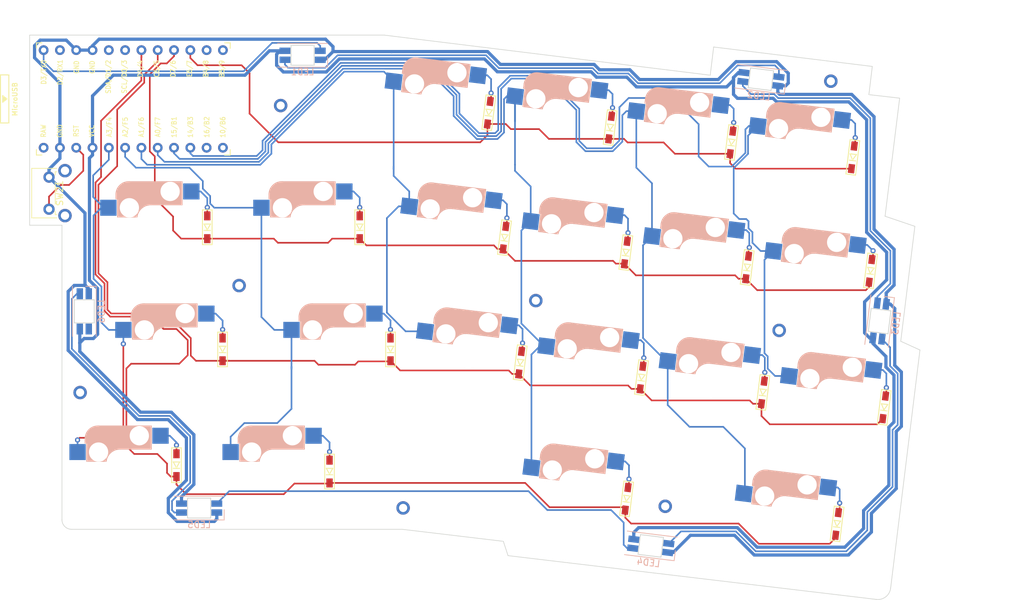
<source format=kicad_pcb>
(kicad_pcb (version 20171130) (host pcbnew "(5.1.9-0-10_14)")
  (layers (0 F.Cu signal) (31 B.Cu signal) (34 B.Paste user) (35 F.Paste user) (36 B.SilkS user) (37 F.SilkS user) (38 B.Mask user) (39 F.Mask user) (44 Edge.Cuts user))
  (net 0 "")
  (net 1 row0)
  (net 2 "Net-(D1-Pad2)")
  (net 3 "Net-(D2-Pad2)")
  (net 4 "Net-(D3-Pad2)")
  (net 5 "Net-(D4-Pad2)")
  (net 6 row1)
  (net 7 "Net-(D5-Pad2)")
  (net 8 "Net-(D6-Pad2)")
  (net 9 "Net-(D7-Pad2)")
  (net 10 "Net-(D8-Pad2)")
  (net 11 "Net-(D9-Pad2)")
  (net 12 "Net-(D10-Pad2)")
  (net 13 "Net-(D11-Pad2)")
  (net 14 row2)
  (net 15 "Net-(D12-Pad2)")
  (net 16 "Net-(D13-Pad2)")
  (net 17 "Net-(D14-Pad2)")
  (net 18 "Net-(D15-Pad2)")
  (net 19 "Net-(D16-Pad2)")
  (net 20 "Net-(D17-Pad2)")
  (net 21 row3)
  (net 22 "Net-(D18-Pad2)")
  (net 23 "Net-(D19-Pad2)")
  (net 24 "Net-(D20-Pad2)")
  (net 25 GND)
  (net 26 LED)
  (net 27 VDD)
  (net 28 col2)
  (net 29 col3)
  (net 30 col4)
  (net 31 col5)
  (net 32 col0)
  (net 33 col1)
  (net 34 reset)
  (net 35 "Net-(U1-Pad2)")
  (net 36 "Net-(U1-Pad5)")
  (net 37 "Net-(U1-Pad6)")
  (net 38 "Net-(U1-Pad11)")
  (net 39 "Net-(U1-Pad12)")
  (net 40 "Net-(U1-Pad13)")
  (net 41 "Net-(U1-Pad14)")
  (net 42 "Net-(U1-Pad24)")
  (net 43 "Net-(LED1-Pad2)")
  (net 44 "Net-(LED2-Pad2)")
  (net 45 "Net-(LED3-Pad2)")
  (net 46 "Net-(LED4-Pad2)")
  (net 47 "Net-(LED5-Pad2)")
  (net 48 "Net-(LED6-Pad2)")
  (module seiren-pad:logo (layer F.Cu) (at 157.8102 81.8388)
    (fp_text reference G*** hide)
    (fp_text value LOGO hide)
  )
  (module kbd:YS-SK6812MINI-E (layer B.Cu) (at 101.19464 60.27592 270)
    (fp_text reference LED6 (at 0 -2.667 90) (layer B.SilkS) (effects (justify mirror)))
    (fp_text value YS-SK6812MINI-E)
    (fp_line (start -1.8 1.55) (end -1.8 -1.55) (layer Edge.Cuts) (width 0.12))
    (fp_line (start -1.8 -1.55) (end 1.8 -1.55) (layer Edge.Cuts) (width 0.12))
    (fp_line (start 1.8 -1.55) (end 1.8 1.55) (layer Edge.Cuts) (width 0.12))
    (fp_line (start 1.8 1.55) (end -1.8 1.55) (layer Edge.Cuts) (width 0.12))
    (pad 2 smd rect (at 2.75 -0.7 270) (size 1.7 1) (layers B.Cu B.Paste B.Mask) (net 48 "Net-(LED6-Pad2)"))
    (pad 1 smd rect (at 2.75 0.7 270) (size 1.7 1) (layers B.Cu B.Paste B.Mask) (net 27 VDD))
    (pad 3 smd rect (at -2.75 -0.7 270) (size 1.7 1) (layers B.Cu B.Paste B.Mask) (net 25 GND))
    (pad 4 smd rect (at -2.75 0.7 270) (size 1.7 1) (layers B.Cu B.Paste B.Mask) (net 47 "Net-(LED5-Pad2)"))
  )
  (module seiren-pad:2U_stabilizer_hole (layer F.Cu) (at 210.69266 92.077007 173)
    (fp_text reference Ref** hide)
    (fp_text value Val** hide)
    (pad "" np_thru_hole circle (at 11.938 8.255 173) (size 3.9878 3.9878) (drill 3.9878) (layers *.Cu *.Mask))
    (pad "" np_thru_hole circle (at -11.938 8.255 173) (size 3.9878 3.9878) (drill 3.9878) (layers *.Cu *.Mask))
    (pad "" np_thru_hole circle (at 11.938 -6.985 173) (size 3.048 3.048) (drill 3.048) (layers *.Cu *.Mask))
    (pad "" np_thru_hole circle (at -11.938 -6.985 173) (size 3.048 3.048) (drill 3.048) (layers *.Cu *.Mask))
  )
  (module kbd:spacer_m2 (layer F.Cu) (at 140.052445 75.436352)
    (fp_text reference Ref** hide)
    (fp_text value Val** hide)
    (pad "" np_thru_hole circle (at 0 0) (size 4.3 4.3) (drill 4.3) (layers *.Cu *.Mask))
  )
  (module kbd:spacer_m2 (layer F.Cu) (at 145.3896 36.8554)
    (fp_text reference Ref** hide)
    (fp_text value Val** hide)
    (pad "" np_thru_hole circle (at 0 0) (size 4.3 4.3) (drill 4.3) (layers *.Cu *.Mask))
  )
  (module kbd:spacer_m2 (layer F.Cu) (at 188.185445 79.881352)
    (fp_text reference Ref** hide)
    (fp_text value Val** hide)
    (pad "" np_thru_hole circle (at 0 0) (size 4.3 4.3) (drill 4.3) (layers *.Cu *.Mask))
  )
  (module kbd:spacer_m2 (layer F.Cu) (at 206.829045 43.965752)
    (fp_text reference Ref** hide)
    (fp_text value Val** hide)
    (pad "" np_thru_hole circle (at 0 0) (size 4.3 4.3) (drill 4.3) (layers *.Cu *.Mask))
  )
  (module kbd:CherryMX_Hotswap (layer F.Cu) (at 179.915449 69.096563 353)
    (fp_text reference SW14 hide)
    (fp_text value SW_PUSH hide)
    (pad "" np_thru_hole circle (at 2.54 -5.08 353) (size 3 3) (drill 3) (layers *.Cu *.Mask))
    (pad "" np_thru_hole circle (at -3.81 -2.54 353) (size 3 3) (drill 3) (layers *.Cu *.Mask))
    (pad 2 smd rect (at 5.842 -5.08 173) (size 2.55 2.5) (layers B.Cu B.Paste B.Mask) (net 17 "Net-(D14-Pad2)"))
    (pad "" np_thru_hole circle (at -5.08 0 353) (size 1.9 1.9) (drill 1.9) (layers *.Cu *.Mask))
    (pad "" np_thru_hole circle (at 5.08 0 353) (size 1.9 1.9) (drill 1.9) (layers *.Cu *.Mask))
    (pad "" np_thru_hole circle (at 0 0 83) (size 4.1 4.1) (drill 4.1) (layers *.Cu *.Mask))
    (pad 1 smd rect (at -7.085 -2.54 173) (size 2.55 2.5) (layers B.Cu B.Paste B.Mask) (net 29 col3))
  )
  (module kbd:CherryMX_Hotswap (layer F.Cu) (at 161.007445 66.774952 353)
    (fp_text reference SW13 hide)
    (fp_text value SW_PUSH hide)
    (pad "" np_thru_hole circle (at 2.54 -5.08 353) (size 3 3) (drill 3) (layers *.Cu *.Mask))
    (pad "" np_thru_hole circle (at -3.81 -2.54 353) (size 3 3) (drill 3) (layers *.Cu *.Mask))
    (pad 2 smd rect (at 5.842 -5.08 173) (size 2.55 2.5) (layers B.Cu B.Paste B.Mask) (net 16 "Net-(D13-Pad2)"))
    (pad "" np_thru_hole circle (at -5.08 0 353) (size 1.9 1.9) (drill 1.9) (layers *.Cu *.Mask))
    (pad "" np_thru_hole circle (at 5.08 0 353) (size 1.9 1.9) (drill 1.9) (layers *.Cu *.Mask))
    (pad "" np_thru_hole circle (at 0 0 83) (size 4.1 4.1) (drill 4.1) (layers *.Cu *.Mask))
    (pad 1 smd rect (at -7.085 -2.54 173) (size 2.55 2.5) (layers B.Cu B.Paste B.Mask) (net 28 col2))
  )
  (module SU120:M1.4_tapping_Pad (layer F.Cu) (at 100.54336 72.93864)
    (fp_text reference "" hide)
    (fp_text value "" hide)
    (pad "" thru_hole circle (at 0 0) (size 2.1 2.1) (drill 1.28) (layers *.Cu *.Mask))
  )
  (module kbd:CherryMX_Hotswap (layer F.Cu) (at 177.472243 49.603512 353)
    (fp_text reference SW8 hide)
    (fp_text value SW_PUSH hide)
    (pad "" np_thru_hole circle (at 2.54 -5.08 353) (size 3 3) (drill 3) (layers *.Cu *.Mask))
    (pad "" np_thru_hole circle (at -3.81 -2.54 353) (size 3 3) (drill 3) (layers *.Cu *.Mask))
    (pad 2 smd rect (at 5.842 -5.08 173) (size 2.55 2.5) (layers B.Cu B.Paste B.Mask) (net 10 "Net-(D8-Pad2)"))
    (pad "" np_thru_hole circle (at -5.08 0 353) (size 1.9 1.9) (drill 1.9) (layers *.Cu *.Mask))
    (pad "" np_thru_hole circle (at 5.08 0 353) (size 1.9 1.9) (drill 1.9) (layers *.Cu *.Mask))
    (pad "" np_thru_hole circle (at 0 0 83) (size 4.1 4.1) (drill 4.1) (layers *.Cu *.Mask))
    (pad 1 smd rect (at -7.085 -2.54 173) (size 2.55 2.5) (layers B.Cu B.Paste B.Mask) (net 29 col3))
  )
  (module kbd:CherryMX_Hotswap (layer F.Cu) (at 196.380248 51.925123 353)
    (fp_text reference SW9 hide)
    (fp_text value SW_PUSH hide)
    (pad "" np_thru_hole circle (at 2.54 -5.08 353) (size 3 3) (drill 3) (layers *.Cu *.Mask))
    (pad "" np_thru_hole circle (at -3.81 -2.54 353) (size 3 3) (drill 3) (layers *.Cu *.Mask))
    (pad 2 smd rect (at 5.842 -5.08 173) (size 2.55 2.5) (layers B.Cu B.Paste B.Mask) (net 11 "Net-(D9-Pad2)"))
    (pad "" np_thru_hole circle (at -5.08 0 353) (size 1.9 1.9) (drill 1.9) (layers *.Cu *.Mask))
    (pad "" np_thru_hole circle (at 5.08 0 353) (size 1.9 1.9) (drill 1.9) (layers *.Cu *.Mask))
    (pad "" np_thru_hole circle (at 0 0 83) (size 4.1 4.1) (drill 4.1) (layers *.Cu *.Mask))
    (pad 1 smd rect (at -7.085 -2.54 173) (size 2.55 2.5) (layers B.Cu B.Paste B.Mask) (net 30 col4))
  )
  (module SU120:M1.4_tapping_Pad (layer F.Cu) (at 191.7192 90.678)
    (fp_text reference "" hide)
    (fp_text value "" hide)
    (pad "" thru_hole circle (at 0 0) (size 2.1 2.1) (drill 1.28) (layers *.Cu *.Mask))
  )
  (module kbd:CherryMX_Hotswap (layer F.Cu) (at 112.02924 46.65472)
    (fp_text reference SW5 hide)
    (fp_text value SW_PUSH hide)
    (pad "" np_thru_hole circle (at 2.54 -5.08) (size 3 3) (drill 3) (layers *.Cu *.Mask))
    (pad "" np_thru_hole circle (at -3.81 -2.54) (size 3 3) (drill 3) (layers *.Cu *.Mask))
    (pad 2 smd rect (at 5.842 -5.08 180) (size 2.55 2.5) (layers B.Cu B.Paste B.Mask) (net 7 "Net-(D5-Pad2)"))
    (pad "" np_thru_hole circle (at -5.08 0) (size 1.9 1.9) (drill 1.9) (layers *.Cu *.Mask))
    (pad "" np_thru_hole circle (at 5.08 0) (size 1.9 1.9) (drill 1.9) (layers *.Cu *.Mask))
    (pad "" np_thru_hole circle (at 0 0 90) (size 4.1 4.1) (drill 4.1) (layers *.Cu *.Mask))
    (pad 1 smd rect (at -7.085 -2.54 180) (size 2.55 2.5) (layers B.Cu B.Paste B.Mask) (net 32 col0))
  )
  (module kbd:CherryMX_Hotswap (layer F.Cu) (at 212.845046 34.753684 353)
    (fp_text reference SW4 hide)
    (fp_text value SW_PUSH hide)
    (pad "" np_thru_hole circle (at 2.54 -5.08 353) (size 3 3) (drill 3) (layers *.Cu *.Mask))
    (pad "" np_thru_hole circle (at -3.81 -2.54 353) (size 3 3) (drill 3) (layers *.Cu *.Mask))
    (pad 2 smd rect (at 5.842 -5.08 173) (size 2.55 2.5) (layers B.Cu B.Paste B.Mask) (net 5 "Net-(D4-Pad2)"))
    (pad "" np_thru_hole circle (at -5.08 0 353) (size 1.9 1.9) (drill 1.9) (layers *.Cu *.Mask))
    (pad "" np_thru_hole circle (at 5.08 0 353) (size 1.9 1.9) (drill 1.9) (layers *.Cu *.Mask))
    (pad "" np_thru_hole circle (at 0 0 83) (size 4.1 4.1) (drill 4.1) (layers *.Cu *.Mask))
    (pad 1 smd rect (at -7.085 -2.54 173) (size 2.55 2.5) (layers B.Cu B.Paste B.Mask) (net 31 col5))
  )
  (module kbd:CherryMX_Hotswap (layer F.Cu) (at 215.288252 54.246734 353)
    (fp_text reference SW10 hide)
    (fp_text value SW_PUSH hide)
    (pad "" np_thru_hole circle (at 2.54 -5.08 353) (size 3 3) (drill 3) (layers *.Cu *.Mask))
    (pad "" np_thru_hole circle (at -3.81 -2.54 353) (size 3 3) (drill 3) (layers *.Cu *.Mask))
    (pad 2 smd rect (at 5.842 -5.08 173) (size 2.55 2.5) (layers B.Cu B.Paste B.Mask) (net 12 "Net-(D10-Pad2)"))
    (pad "" np_thru_hole circle (at -5.08 0 353) (size 1.9 1.9) (drill 1.9) (layers *.Cu *.Mask))
    (pad "" np_thru_hole circle (at 5.08 0 353) (size 1.9 1.9) (drill 1.9) (layers *.Cu *.Mask))
    (pad "" np_thru_hole circle (at 0 0 83) (size 4.1 4.1) (drill 4.1) (layers *.Cu *.Mask))
    (pad 1 smd rect (at -7.085 -2.54 173) (size 2.55 2.5) (layers B.Cu B.Paste B.Mask) (net 31 col5))
  )
  (module kbd:CherryMX_Hotswap (layer F.Cu) (at 140.56614 65.70472)
    (fp_text reference SW12 hide)
    (fp_text value SW_PUSH hide)
    (pad "" np_thru_hole circle (at 2.54 -5.08) (size 3 3) (drill 3) (layers *.Cu *.Mask))
    (pad "" np_thru_hole circle (at -3.81 -2.54) (size 3 3) (drill 3) (layers *.Cu *.Mask))
    (pad 2 smd rect (at 5.842 -5.08 180) (size 2.55 2.5) (layers B.Cu B.Paste B.Mask) (net 15 "Net-(D12-Pad2)"))
    (pad "" np_thru_hole circle (at -5.08 0) (size 1.9 1.9) (drill 1.9) (layers *.Cu *.Mask))
    (pad "" np_thru_hole circle (at 5.08 0) (size 1.9 1.9) (drill 1.9) (layers *.Cu *.Mask))
    (pad "" np_thru_hole circle (at 0 0 90) (size 4.1 4.1) (drill 4.1) (layers *.Cu *.Mask))
    (pad 1 smd rect (at -7.085 -2.54 180) (size 2.55 2.5) (layers B.Cu B.Paste B.Mask) (net 33 col1))
  )
  (module kbd:CherryMX_Hotswap (layer F.Cu) (at 135.87984 46.65472)
    (fp_text reference SW6 hide)
    (fp_text value SW_PUSH hide)
    (pad "" np_thru_hole circle (at 2.54 -5.08) (size 3 3) (drill 3) (layers *.Cu *.Mask))
    (pad "" np_thru_hole circle (at -3.81 -2.54) (size 3 3) (drill 3) (layers *.Cu *.Mask))
    (pad 2 smd rect (at 5.842 -5.08 180) (size 2.55 2.5) (layers B.Cu B.Paste B.Mask) (net 8 "Net-(D6-Pad2)"))
    (pad "" np_thru_hole circle (at -5.08 0) (size 1.9 1.9) (drill 1.9) (layers *.Cu *.Mask))
    (pad "" np_thru_hole circle (at 5.08 0) (size 1.9 1.9) (drill 1.9) (layers *.Cu *.Mask))
    (pad "" np_thru_hole circle (at 0 0 90) (size 4.1 4.1) (drill 4.1) (layers *.Cu *.Mask))
    (pad 1 smd rect (at -7.085 -2.54 180) (size 2.55 2.5) (layers B.Cu B.Paste B.Mask) (net 33 col1))
  )
  (module SU120:M1.4_tapping_Pad (layer F.Cu) (at 150.876 90.932)
    (fp_text reference "" hide)
    (fp_text value "" hide)
    (pad "" thru_hole circle (at 0 0) (size 2.1 2.1) (drill 1.28) (layers *.Cu *.Mask))
  )
  (module kbd:CherryMX_Hotswap (layer F.Cu) (at 158.564239 47.281901 353)
    (fp_text reference SW7 hide)
    (fp_text value SW_PUSH hide)
    (pad "" np_thru_hole circle (at 2.54 -5.08 353) (size 3 3) (drill 3) (layers *.Cu *.Mask))
    (pad "" np_thru_hole circle (at -3.81 -2.54 353) (size 3 3) (drill 3) (layers *.Cu *.Mask))
    (pad 2 smd rect (at 5.842 -5.08 173) (size 2.55 2.5) (layers B.Cu B.Paste B.Mask) (net 9 "Net-(D7-Pad2)"))
    (pad "" np_thru_hole circle (at -5.08 0 353) (size 1.9 1.9) (drill 1.9) (layers *.Cu *.Mask))
    (pad "" np_thru_hole circle (at 5.08 0 353) (size 1.9 1.9) (drill 1.9) (layers *.Cu *.Mask))
    (pad "" np_thru_hole circle (at 0 0 83) (size 4.1 4.1) (drill 4.1) (layers *.Cu *.Mask))
    (pad 1 smd rect (at -7.085 -2.54 173) (size 2.55 2.5) (layers B.Cu B.Paste B.Mask) (net 28 col2))
  )
  (module kbd:CherryMX_Hotswap (layer F.Cu) (at 114.37239 65.70472)
    (fp_text reference SW11 hide)
    (fp_text value SW_PUSH hide)
    (pad "" np_thru_hole circle (at 2.54 -5.08) (size 3 3) (drill 3) (layers *.Cu *.Mask))
    (pad "" np_thru_hole circle (at -3.81 -2.54) (size 3 3) (drill 3) (layers *.Cu *.Mask))
    (pad 2 smd rect (at 5.842 -5.08 180) (size 2.55 2.5) (layers B.Cu B.Paste B.Mask) (net 13 "Net-(D11-Pad2)"))
    (pad "" np_thru_hole circle (at -5.08 0) (size 1.9 1.9) (drill 1.9) (layers *.Cu *.Mask))
    (pad "" np_thru_hole circle (at 5.08 0) (size 1.9 1.9) (drill 1.9) (layers *.Cu *.Mask))
    (pad "" np_thru_hole circle (at 0 0 90) (size 4.1 4.1) (drill 4.1) (layers *.Cu *.Mask))
    (pad 1 smd rect (at -7.085 -2.54 180) (size 2.55 2.5) (layers B.Cu B.Paste B.Mask) (net 32 col0))
  )
  (module kbd:CherryMX_Hotswap (layer F.Cu) (at 198.823454 71.418174 353)
    (fp_text reference SW15 hide)
    (fp_text value SW_PUSH hide)
    (pad "" np_thru_hole circle (at 2.54 -5.08 353) (size 3 3) (drill 3) (layers *.Cu *.Mask))
    (pad "" np_thru_hole circle (at -3.81 -2.54 353) (size 3 3) (drill 3) (layers *.Cu *.Mask))
    (pad 2 smd rect (at 5.842 -5.08 173) (size 2.55 2.5) (layers B.Cu B.Paste B.Mask) (net 18 "Net-(D15-Pad2)"))
    (pad "" np_thru_hole circle (at -5.08 0 353) (size 1.9 1.9) (drill 1.9) (layers *.Cu *.Mask))
    (pad "" np_thru_hole circle (at 5.08 0 353) (size 1.9 1.9) (drill 1.9) (layers *.Cu *.Mask))
    (pad "" np_thru_hole circle (at 0 0 83) (size 4.1 4.1) (drill 4.1) (layers *.Cu *.Mask))
    (pad 1 smd rect (at -7.085 -2.54 173) (size 2.55 2.5) (layers B.Cu B.Paste B.Mask) (net 30 col4))
  )
  (module SU120:M1.4_tapping_Pad (layer F.Cu) (at 217.522445 24.382352)
    (fp_text reference "" hide)
    (fp_text value "" hide)
    (pad "" thru_hole circle (at 0 0) (size 2.1 2.1) (drill 1.28) (layers *.Cu *.Mask))
  )
  (module kbd:YS-SK6812MINI-E (layer B.Cu) (at 135.21284 20.34172 180)
    (fp_text reference LED1 (at 0 -2.5908) (layer B.SilkS) (effects (justify mirror)))
    (fp_text value YS-SK6812MINI-E)
    (fp_line (start -1.8 1.55) (end -1.8 -1.55) (layer Edge.Cuts) (width 0.12))
    (fp_line (start -1.8 -1.55) (end 1.8 -1.55) (layer Edge.Cuts) (width 0.12))
    (fp_line (start 1.8 -1.55) (end 1.8 1.55) (layer Edge.Cuts) (width 0.12))
    (fp_line (start 1.8 1.55) (end -1.8 1.55) (layer Edge.Cuts) (width 0.12))
    (pad 2 smd rect (at 2.75 -0.7 180) (size 1.7 1) (layers B.Cu B.Paste B.Mask) (net 43 "Net-(LED1-Pad2)"))
    (pad 1 smd rect (at 2.75 0.7 180) (size 1.7 1) (layers B.Cu B.Paste B.Mask) (net 27 VDD))
    (pad 3 smd rect (at -2.75 -0.7 180) (size 1.7 1) (layers B.Cu B.Paste B.Mask) (net 25 GND))
    (pad 4 smd rect (at -2.75 0.7 180) (size 1.7 1) (layers B.Cu B.Paste B.Mask) (net 26 LED))
  )
  (module SU120:M1.4_tapping_Pad (layer F.Cu) (at 131.79044 28.17876)
    (fp_text reference "" hide)
    (fp_text value "" hide)
    (pad "" thru_hole circle (at 0 0) (size 2.1 2.1) (drill 1.28) (layers *.Cu *.Mask))
  )
  (module kbd:YS-SK6812MINI-E (layer B.Cu) (at 189.460035 96.852594 173)
    (fp_text reference LED4 (at 0.046199 -2.634399 173) (layer B.SilkS) (effects (justify mirror)))
    (fp_text value YS-SK6812MINI-E)
    (fp_line (start -1.8 1.55) (end -1.8 -1.55) (layer Edge.Cuts) (width 0.12))
    (fp_line (start -1.8 -1.55) (end 1.8 -1.55) (layer Edge.Cuts) (width 0.12))
    (fp_line (start 1.8 -1.55) (end 1.8 1.55) (layer Edge.Cuts) (width 0.12))
    (fp_line (start 1.8 1.55) (end -1.8 1.55) (layer Edge.Cuts) (width 0.12))
    (pad 2 smd rect (at 2.75 -0.7 173) (size 1.7 1) (layers B.Cu B.Paste B.Mask) (net 46 "Net-(LED4-Pad2)"))
    (pad 1 smd rect (at 2.75 0.7 173) (size 1.7 1) (layers B.Cu B.Paste B.Mask) (net 27 VDD))
    (pad 3 smd rect (at -2.75 -0.7 173) (size 1.7 1) (layers B.Cu B.Paste B.Mask) (net 25 GND))
    (pad 4 smd rect (at -2.75 0.7 173) (size 1.7 1) (layers B.Cu B.Paste B.Mask) (net 45 "Net-(LED3-Pad2)"))
  )
  (module kbd:YS-SK6812MINI-E (layer B.Cu) (at 119.09044 90.95232 180)
    (fp_text reference LED5 (at -0.0068 -2.602) (layer B.SilkS) (effects (justify mirror)))
    (fp_text value YS-SK6812MINI-E)
    (fp_line (start -1.8 1.55) (end -1.8 -1.55) (layer Edge.Cuts) (width 0.12))
    (fp_line (start -1.8 -1.55) (end 1.8 -1.55) (layer Edge.Cuts) (width 0.12))
    (fp_line (start 1.8 -1.55) (end 1.8 1.55) (layer Edge.Cuts) (width 0.12))
    (fp_line (start 1.8 1.55) (end -1.8 1.55) (layer Edge.Cuts) (width 0.12))
    (pad 2 smd rect (at 2.75 -0.7 180) (size 1.7 1) (layers B.Cu B.Paste B.Mask) (net 47 "Net-(LED5-Pad2)"))
    (pad 1 smd rect (at 2.75 0.7 180) (size 1.7 1) (layers B.Cu B.Paste B.Mask) (net 27 VDD))
    (pad 3 smd rect (at -2.75 -0.7 180) (size 1.7 1) (layers B.Cu B.Paste B.Mask) (net 25 GND))
    (pad 4 smd rect (at -2.75 0.7 180) (size 1.7 1) (layers B.Cu B.Paste B.Mask) (net 46 "Net-(LED4-Pad2)"))
  )
  (module kbd:YS-SK6812MINI-E (layer B.Cu) (at 206.61884 24.07412 173)
    (fp_text reference LED2 (at 0.016199 -2.627599 173) (layer B.SilkS) (effects (justify mirror)))
    (fp_text value YS-SK6812MINI-E)
    (fp_line (start -1.8 1.55) (end -1.8 -1.55) (layer Edge.Cuts) (width 0.12))
    (fp_line (start -1.8 -1.55) (end 1.8 -1.55) (layer Edge.Cuts) (width 0.12))
    (fp_line (start 1.8 -1.55) (end 1.8 1.55) (layer Edge.Cuts) (width 0.12))
    (fp_line (start 1.8 1.55) (end -1.8 1.55) (layer Edge.Cuts) (width 0.12))
    (pad 2 smd rect (at 2.75 -0.7 173) (size 1.7 1) (layers B.Cu B.Paste B.Mask) (net 44 "Net-(LED2-Pad2)"))
    (pad 1 smd rect (at 2.75 0.7 173) (size 1.7 1) (layers B.Cu B.Paste B.Mask) (net 27 VDD))
    (pad 3 smd rect (at -2.75 -0.7 173) (size 1.7 1) (layers B.Cu B.Paste B.Mask) (net 25 GND))
    (pad 4 smd rect (at -2.75 0.7 173) (size 1.7 1) (layers B.Cu B.Paste B.Mask) (net 43 "Net-(LED1-Pad2)"))
  )
  (module kbd:YS-SK6812MINI-E (layer B.Cu) (at 225.121087 61.791962 263)
    (fp_text reference LED3 (at 0.0186 -2.602 83) (layer B.SilkS) (effects (justify mirror)))
    (fp_text value YS-SK6812MINI-E)
    (fp_line (start -1.8 1.55) (end -1.8 -1.55) (layer Edge.Cuts) (width 0.12))
    (fp_line (start -1.8 -1.55) (end 1.8 -1.55) (layer Edge.Cuts) (width 0.12))
    (fp_line (start 1.8 -1.55) (end 1.8 1.55) (layer Edge.Cuts) (width 0.12))
    (fp_line (start 1.8 1.55) (end -1.8 1.55) (layer Edge.Cuts) (width 0.12))
    (pad 2 smd rect (at 2.75 -0.7 263) (size 1.7 1) (layers B.Cu B.Paste B.Mask) (net 45 "Net-(LED3-Pad2)"))
    (pad 1 smd rect (at 2.75 0.7 263) (size 1.7 1) (layers B.Cu B.Paste B.Mask) (net 27 VDD))
    (pad 3 smd rect (at -2.75 -0.7 263) (size 1.7 1) (layers B.Cu B.Paste B.Mask) (net 25 GND))
    (pad 4 smd rect (at -2.75 0.7 263) (size 1.7 1) (layers B.Cu B.Paste B.Mask) (net 44 "Net-(LED2-Pad2)"))
  )
  (module kbd:D3_SMD_v2 (layer F.Cu) (at 220.95176 36.257856 83)
    (fp_text reference D4 hide)
    (fp_text value D hide)
    (pad 2 smd rect (at 1.775 0 83) (size 1.4 1) (layers F.Cu F.Paste F.Mask) (net 5 "Net-(D4-Pad2)"))
    (pad 1 smd rect (at -1.775 0 83) (size 1.4 1) (layers F.Cu F.Paste F.Mask) (net 1 row0))
  )
  (module kbd:D3_SMD_v2 (layer F.Cu) (at 120.35754 47.15972 90)
    (fp_text reference D5 hide)
    (fp_text value D hide)
    (pad 2 smd rect (at 1.775 0 90) (size 1.4 1) (layers F.Cu F.Paste F.Mask) (net 7 "Net-(D5-Pad2)"))
    (pad 1 smd rect (at -1.775 0 90) (size 1.4 1) (layers F.Cu F.Paste F.Mask) (net 6 row1))
  )
  (module kbd:D3_SMD_v2 (layer F.Cu) (at 144.10944 47.15972 90)
    (fp_text reference D6 hide)
    (fp_text value D hide)
    (pad 2 smd rect (at 1.775 0 90) (size 1.4 1) (layers F.Cu F.Paste F.Mask) (net 8 "Net-(D6-Pad2)"))
    (pad 1 smd rect (at -1.775 0 90) (size 1.4 1) (layers F.Cu F.Paste F.Mask) (net 6 row1))
  )
  (module kbd:D3_SMD_v2 (layer F.Cu) (at 166.670953 48.786073 83)
    (fp_text reference D7 hide)
    (fp_text value D hide)
    (pad 2 smd rect (at 1.775 0 83) (size 1.4 1) (layers F.Cu F.Paste F.Mask) (net 9 "Net-(D7-Pad2)"))
    (pad 1 smd rect (at -1.775 0 83) (size 1.4 1) (layers F.Cu F.Paste F.Mask) (net 6 row1))
  )
  (module kbd:D3_SMD_v2 (layer F.Cu) (at 185.578957 51.107684 83)
    (fp_text reference D8 hide)
    (fp_text value D hide)
    (pad 2 smd rect (at 1.775 0 83) (size 1.4 1) (layers F.Cu F.Paste F.Mask) (net 10 "Net-(D8-Pad2)"))
    (pad 1 smd rect (at -1.775 0 83) (size 1.4 1) (layers F.Cu F.Paste F.Mask) (net 6 row1))
  )
  (module kbd:D3_SMD_v2 (layer F.Cu) (at 204.486961 53.42929 83)
    (fp_text reference D9 hide)
    (fp_text value D hide)
    (pad 2 smd rect (at 1.775 0 83) (size 1.4 1) (layers F.Cu F.Paste F.Mask) (net 11 "Net-(D9-Pad2)"))
    (pad 1 smd rect (at -1.775 0 83) (size 1.4 1) (layers F.Cu F.Paste F.Mask) (net 6 row1))
  )
  (module kbd:D3_SMD_v2 (layer F.Cu) (at 223.706927 53.957121 83)
    (fp_text reference D10 hide)
    (fp_text value D hide)
    (pad 2 smd rect (at 1.775 0 83) (size 1.4 1) (layers F.Cu F.Paste F.Mask) (net 12 "Net-(D10-Pad2)"))
    (pad 1 smd rect (at -1.775 0 83) (size 1.4 1) (layers F.Cu F.Paste F.Mask) (net 6 row1))
  )
  (module kbd:D3_SMD_v2 (layer F.Cu) (at 122.73879 66.20972 90)
    (fp_text reference D11 hide)
    (fp_text value D hide)
    (pad 2 smd rect (at 1.775 0 90) (size 1.4 1) (layers F.Cu F.Paste F.Mask) (net 13 "Net-(D11-Pad2)"))
    (pad 1 smd rect (at -1.775 0 90) (size 1.4 1) (layers F.Cu F.Paste F.Mask) (net 14 row2))
  )
  (module kbd:D3_SMD_v2 (layer F.Cu) (at 148.91004 66.20972 90)
    (fp_text reference D12 hide)
    (fp_text value D hide)
    (pad 2 smd rect (at 1.775 0 90) (size 1.4 1) (layers F.Cu F.Paste F.Mask) (net 15 "Net-(D12-Pad2)"))
    (pad 1 smd rect (at -1.775 0 90) (size 1.4 1) (layers F.Cu F.Paste F.Mask) (net 14 row2))
  )
  (module kbd:D3_SMD_v2 (layer F.Cu) (at 169.114159 68.279123 83)
    (fp_text reference D13 hide)
    (fp_text value D hide)
    (pad 2 smd rect (at 1.775 0 83) (size 1.4 1) (layers F.Cu F.Paste F.Mask) (net 16 "Net-(D13-Pad2)"))
    (pad 1 smd rect (at -1.775 0 83) (size 1.4 1) (layers F.Cu F.Paste F.Mask) (net 14 row2))
  )
  (module kbd:D3_SMD_v2 (layer F.Cu) (at 188.022163 70.600734 83)
    (fp_text reference D14 hide)
    (fp_text value D hide)
    (pad 2 smd rect (at 1.775 0 83) (size 1.4 1) (layers F.Cu F.Paste F.Mask) (net 17 "Net-(D14-Pad2)"))
    (pad 1 smd rect (at -1.775 0 83) (size 1.4 1) (layers F.Cu F.Paste F.Mask) (net 14 row2))
  )
  (module kbd:D3_SMD_v2 (layer F.Cu) (at 206.930161 72.92233 83)
    (fp_text reference D15 hide)
    (fp_text value D hide)
    (pad 2 smd rect (at 1.775 0 83) (size 1.4 1) (layers F.Cu F.Paste F.Mask) (net 18 "Net-(D15-Pad2)"))
    (pad 1 smd rect (at -1.775 0 83) (size 1.4 1) (layers F.Cu F.Paste F.Mask) (net 14 row2))
  )
  (module kbd:D3_SMD_v2 (layer F.Cu) (at 225.838172 75.243956 83)
    (fp_text reference D16 hide)
    (fp_text value D hide)
    (pad 2 smd rect (at 1.775 0 83) (size 1.4 1) (layers F.Cu F.Paste F.Mask) (net 19 "Net-(D16-Pad2)"))
    (pad 1 smd rect (at -1.775 0 83) (size 1.4 1) (layers F.Cu F.Paste F.Mask) (net 14 row2))
  )
  (module kbd:D3_SMD_v2 (layer F.Cu) (at 115.55694 84.25972 90)
    (fp_text reference D17 hide)
    (fp_text value D hide)
    (pad 2 smd rect (at 1.775 0 90) (size 1.4 1) (layers F.Cu F.Paste F.Mask) (net 20 "Net-(D17-Pad2)"))
    (pad 1 smd rect (at -1.775 0 90) (size 1.4 1) (layers F.Cu F.Paste F.Mask) (net 21 row3))
  )
  (module kbd:D3_SMD_v2 (layer F.Cu) (at 139.40754 85.25972 90)
    (fp_text reference D18 hide)
    (fp_text value D hide)
    (pad 2 smd rect (at 1.775 0 90) (size 1.4 1) (layers F.Cu F.Paste F.Mask) (net 22 "Net-(D18-Pad2)"))
    (pad 1 smd rect (at -1.775 0 90) (size 1.4 1) (layers F.Cu F.Paste F.Mask) (net 21 row3))
  )
  (module kbd:D3_SMD_v2 (layer F.Cu) (at 185.700552 89.508739 83)
    (fp_text reference D19 hide)
    (fp_text value D hide)
    (pad 2 smd rect (at 1.775 0 83) (size 1.4 1) (layers F.Cu F.Paste F.Mask) (net 23 "Net-(D19-Pad2)"))
    (pad 1 smd rect (at -1.775 0 83) (size 1.4 1) (layers F.Cu F.Paste F.Mask) (net 21 row3))
  )
  (module kbd:D3_SMD_v2 (layer F.Cu) (at 218.4908 93.4212 83)
    (fp_text reference D20 hide)
    (fp_text value D hide)
    (pad 2 smd rect (at 1.775 0 83) (size 1.4 1) (layers F.Cu F.Paste F.Mask) (net 24 "Net-(D20-Pad2)"))
    (pad 1 smd rect (at -1.775 0 83) (size 1.4 1) (layers F.Cu F.Paste F.Mask) (net 21 row3))
  )
  (module Keebio-Parts:SW_Tactile_SPST_Angled_MJTP1117 (layer F.Cu) (at 95.69704 44.34332 90)
    (fp_text reference SW21 (at 2.5 1.68 90) (layer F.SilkS))
    (fp_text value SW_PUSH)
    (pad "" np_thru_hole circle (at 2.5 -1.21 90) (size 1.2 1.2) (drill 1.2) (layers *.Cu *.Mask))
    (pad "" thru_hole circle (at -1 2.49 90) (size 2.1 2.1) (drill 1.3) (layers *.Cu *.Mask))
    (pad 1 thru_hole circle (at 0 0 90) (size 1.75 1.75) (drill 0.99) (layers *.Cu *.Mask) (net 34 reset))
    (pad 2 thru_hole circle (at 5 0 90) (size 1.75 1.75) (drill 0.99) (layers *.Cu *.Mask) (net 25 GND))
    (pad "" thru_hole circle (at 6.01 2.49 90) (size 2.1 2.1) (drill 1.3) (layers *.Cu *.Mask))
  )
  (module kbd:CherryMX_Hotswap (layer F.Cu) (at 210.682846 92.067386 353)
    (fp_text reference SW20 hide)
    (fp_text value SW_PUSH hide)
    (pad "" np_thru_hole circle (at 2.54 -5.08 353) (size 3 3) (drill 3) (layers *.Cu *.Mask))
    (pad "" np_thru_hole circle (at -3.81 -2.54 353) (size 3 3) (drill 3) (layers *.Cu *.Mask))
    (pad 2 smd rect (at 5.842 -5.08 173) (size 2.55 2.5) (layers B.Cu B.Paste B.Mask) (net 24 "Net-(D20-Pad2)"))
    (pad "" np_thru_hole circle (at -5.08 0 353) (size 1.9 1.9) (drill 1.9) (layers *.Cu *.Mask))
    (pad "" np_thru_hole circle (at 5.08 0 353) (size 1.9 1.9) (drill 1.9) (layers *.Cu *.Mask))
    (pad "" np_thru_hole circle (at 0 0 83) (size 4.1 4.1) (drill 4.1) (layers *.Cu *.Mask))
    (pad 1 smd rect (at -7.085 -2.54 173) (size 2.55 2.5) (layers B.Cu B.Paste B.Mask) (net 30 col4))
  )
  (module kbd:ProMicro_v3 (layer F.Cu) (at 109.33424 27.14752 90)
    (fp_text reference U1 hide)
    (fp_text value ProMicro hide)
    (fp_text user RAW (at -4.995 -14.5 90 unlocked) (layer F.SilkS) (effects (font (size 0.75 0.67) (thickness 0.125))))
    (fp_text user GND (at -4.995 -11.95 90 unlocked) (layer F.SilkS) (effects (font (size 0.75 0.67) (thickness 0.125))))
    (fp_text user RST (at -4.995 -9.4 90 unlocked) (layer F.SilkS) (effects (font (size 0.75 0.67) (thickness 0.125))))
    (fp_text user VCC (at -4.995 -6.95 90 unlocked) (layer F.SilkS) (effects (font (size 0.75 0.67) (thickness 0.125))))
    (fp_text user A3/F4 (at -4.395 -4.25 90 unlocked) (layer F.SilkS) (effects (font (size 0.75 0.67) (thickness 0.125))))
    (fp_text user A2/F5 (at -4.395 -1.75 90 unlocked) (layer F.SilkS) (effects (font (size 0.75 0.67) (thickness 0.125))))
    (fp_text user A1/F6 (at -4.395 0.75 90 unlocked) (layer F.SilkS) (effects (font (size 0.75 0.67) (thickness 0.125))))
    (fp_text user A0/F7 (at -4.395 3.3 90 unlocked) (layer F.SilkS) (effects (font (size 0.75 0.67) (thickness 0.125))))
    (fp_text user 15/B1 (at -4.395 5.85 90 unlocked) (layer F.SilkS) (effects (font (size 0.75 0.67) (thickness 0.125))))
    (fp_text user 14/B3 (at -4.395 8.4 90 unlocked) (layer F.SilkS) (effects (font (size 0.75 0.67) (thickness 0.125))))
    (fp_text user 10/B6 (at -4.395 13.45 90 unlocked) (layer F.SilkS) (effects (font (size 0.75 0.67) (thickness 0.125))))
    (fp_text user 16/B2 (at -4.395 10.95 90 unlocked) (layer F.SilkS) (effects (font (size 0.75 0.67) (thickness 0.125))))
    (fp_text user E6/7 (at 4.705 8.25 90 unlocked) (layer F.SilkS) (effects (font (size 0.75 0.67) (thickness 0.125))))
    (fp_text user D7/6 (at 4.705 5.7 90 unlocked) (layer F.SilkS) (effects (font (size 0.75 0.67) (thickness 0.125))))
    (fp_text user GND (at 4.955 -9.35 90 unlocked) (layer F.SilkS) (effects (font (size 0.75 0.67) (thickness 0.125))))
    (fp_text user GND (at 4.955 -6.9 90 unlocked) (layer F.SilkS) (effects (font (size 0.75 0.67) (thickness 0.125))))
    (fp_text user D3/TX0 (at 4.155 -14.45 90 unlocked) (layer F.SilkS) (effects (font (size 0.75 0.67) (thickness 0.125))))
    (fp_text user D4/4 (at 4.705 0.6 90 unlocked) (layer F.SilkS) (effects (font (size 0.75 0.67) (thickness 0.125))))
    (fp_text user SDA/D1/2 (at 3.455 -4.4 90 unlocked) (layer F.SilkS) (effects (font (size 0.75 0.67) (thickness 0.125))))
    (fp_text user SCL/D0/3 (at 3.455 -1.9 90 unlocked) (layer F.SilkS) (effects (font (size 0.75 0.67) (thickness 0.125))))
    (fp_text user C6/5 (at 4.705 3.15 90 unlocked) (layer F.SilkS) (effects (font (size 0.75 0.67) (thickness 0.125))))
    (fp_text user B5/9 (at 4.705 13.3 90 unlocked) (layer F.SilkS) (effects (font (size 0.75 0.67) (thickness 0.125))))
    (fp_text user D2/RX1 (at 4.155 -11.9 90 unlocked) (layer F.SilkS) (effects (font (size 0.75 0.67) (thickness 0.125))))
    (fp_text user B4/8 (at 4.705 10.8 90 unlocked) (layer F.SilkS) (effects (font (size 0.75 0.67) (thickness 0.125))))
    (fp_text user MicroUSB (at -0.05 -18.95 90) (layer F.SilkS) (effects (font (size 0.75 0.75) (thickness 0.12))))
    (fp_text user MicroUSB (at -0.05 -18.95 90) (layer F.SilkS) (effects (font (size 0.75 0.75) (thickness 0.12))))
    (pad 24 thru_hole circle (at -7.6086 -14.478 90) (size 1.524 1.524) (drill 0.8128) (layers *.Cu B.Mask) (net 42 "Net-(U1-Pad24)"))
    (pad 23 thru_hole circle (at -7.6086 -11.938 90) (size 1.524 1.524) (drill 0.8128) (layers *.Cu B.Mask) (net 25 GND))
    (pad 22 thru_hole circle (at -7.6086 -9.398 90) (size 1.524 1.524) (drill 0.8128) (layers *.Cu B.Mask) (net 34 reset))
    (pad 21 thru_hole circle (at -7.6086 -6.858 90) (size 1.524 1.524) (drill 0.8128) (layers *.Cu B.Mask) (net 27 VDD))
    (pad 20 thru_hole circle (at -7.6086 -4.318 90) (size 1.524 1.524) (drill 0.8128) (layers *.Cu B.Mask) (net 32 col0))
    (pad 19 thru_hole circle (at -7.6086 -1.778 90) (size 1.524 1.524) (drill 0.8128) (layers *.Cu B.Mask) (net 33 col1))
    (pad 18 thru_hole circle (at -7.6086 0.762 90) (size 1.524 1.524) (drill 0.8128) (layers *.Cu B.Mask) (net 28 col2))
    (pad 17 thru_hole circle (at -7.6086 3.302 90) (size 1.524 1.524) (drill 0.8128) (layers *.Cu B.Mask) (net 29 col3))
    (pad 16 thru_hole circle (at -7.6086 5.842 90) (size 1.524 1.524) (drill 0.8128) (layers *.Cu B.Mask) (net 30 col4))
    (pad 15 thru_hole circle (at -7.6086 8.382 90) (size 1.524 1.524) (drill 0.8128) (layers *.Cu B.Mask) (net 31 col5))
    (pad 14 thru_hole circle (at -7.6086 10.922 90) (size 1.524 1.524) (drill 0.8128) (layers *.Cu B.Mask) (net 41 "Net-(U1-Pad14)"))
    (pad 13 thru_hole circle (at -7.6086 13.462 90) (size 1.524 1.524) (drill 0.8128) (layers *.Cu B.Mask) (net 40 "Net-(U1-Pad13)"))
    (pad 12 thru_hole circle (at 7.6114 13.462 90) (size 1.524 1.524) (drill 0.8128) (layers *.Cu B.Mask) (net 39 "Net-(U1-Pad12)"))
    (pad 11 thru_hole circle (at 7.6114 10.922 90) (size 1.524 1.524) (drill 0.8128) (layers *.Cu B.Mask) (net 38 "Net-(U1-Pad11)"))
    (pad 10 thru_hole circle (at 7.6114 8.382 90) (size 1.524 1.524) (drill 0.8128) (layers *.Cu B.Mask) (net 1 row0))
    (pad 9 thru_hole circle (at 7.6114 5.842 90) (size 1.524 1.524) (drill 0.8128) (layers *.Cu B.Mask) (net 6 row1))
    (pad 8 thru_hole circle (at 7.6114 3.302 90) (size 1.524 1.524) (drill 0.8128) (layers *.Cu B.Mask) (net 14 row2))
    (pad 7 thru_hole circle (at 7.6114 0.762 90) (size 1.524 1.524) (drill 0.8128) (layers *.Cu B.Mask) (net 21 row3))
    (pad 6 thru_hole circle (at 7.6114 -1.778 90) (size 1.524 1.524) (drill 0.8128) (layers *.Cu B.Mask) (net 37 "Net-(U1-Pad6)"))
    (pad 5 thru_hole circle (at 7.6114 -4.318 90) (size 1.524 1.524) (drill 0.8128) (layers *.Cu B.Mask) (net 36 "Net-(U1-Pad5)"))
    (pad 4 thru_hole circle (at 7.6114 -6.858 90) (size 1.524 1.524) (drill 0.8128) (layers *.Cu B.Mask) (net 25 GND))
    (pad 3 thru_hole circle (at 7.6114 -9.398 90) (size 1.524 1.524) (drill 0.8128) (layers *.Cu B.Mask) (net 25 GND))
    (pad 2 thru_hole circle (at 7.6114 -11.938 90) (size 1.524 1.524) (drill 0.8128) (layers *.Cu B.Mask) (net 35 "Net-(U1-Pad2)"))
    (pad 1 thru_hole circle (at 7.6114 -14.478 90) (size 1.524 1.524) (drill 0.8128) (layers *.Cu B.Mask) (net 26 LED))
  )
  (module kbd:D3_SMD_v2 (layer F.Cu) (at 164.227747 29.293023 83)
    (fp_text reference D1 hide)
    (fp_text value D hide)
    (pad 2 smd rect (at 1.775 0 83) (size 1.4 1) (layers F.Cu F.Paste F.Mask) (net 2 "Net-(D1-Pad2)"))
    (pad 1 smd rect (at -1.775 0 83) (size 1.4 1) (layers F.Cu F.Paste F.Mask) (net 1 row0))
  )
  (module kbd:D3_SMD_v2 (layer F.Cu) (at 183.135751 31.614634 83)
    (fp_text reference D2 hide)
    (fp_text value D hide)
    (pad 2 smd rect (at 1.775 0 83) (size 1.4 1) (layers F.Cu F.Paste F.Mask) (net 3 "Net-(D2-Pad2)"))
    (pad 1 smd rect (at -1.775 0 83) (size 1.4 1) (layers F.Cu F.Paste F.Mask) (net 1 row0))
  )
  (module kbd:D3_SMD_v2 (layer F.Cu) (at 202.043755 33.936245 83)
    (fp_text reference D3 hide)
    (fp_text value D hide)
    (pad 2 smd rect (at 1.775 0 83) (size 1.4 1) (layers F.Cu F.Paste F.Mask) (net 4 "Net-(D3-Pad2)"))
    (pad 1 smd rect (at -1.775 0 83) (size 1.4 1) (layers F.Cu F.Paste F.Mask) (net 1 row0))
  )
  (module kbd:CherryMX_Hotswap (layer F.Cu) (at 131.07924 84.75472)
    (fp_text reference SW18 hide)
    (fp_text value SW_PUSH hide)
    (pad "" np_thru_hole circle (at 2.54 -5.08) (size 3 3) (drill 3) (layers *.Cu *.Mask))
    (pad "" np_thru_hole circle (at -3.81 -2.54) (size 3 3) (drill 3) (layers *.Cu *.Mask))
    (pad 2 smd rect (at 5.842 -5.08 180) (size 2.55 2.5) (layers B.Cu B.Paste B.Mask) (net 22 "Net-(D18-Pad2)"))
    (pad "" np_thru_hole circle (at -5.08 0) (size 1.9 1.9) (drill 1.9) (layers *.Cu *.Mask))
    (pad "" np_thru_hole circle (at 5.08 0) (size 1.9 1.9) (drill 1.9) (layers *.Cu *.Mask))
    (pad "" np_thru_hole circle (at 0 0 90) (size 4.1 4.1) (drill 4.1) (layers *.Cu *.Mask))
    (pad 1 smd rect (at -7.085 -2.54 180) (size 2.55 2.5) (layers B.Cu B.Paste B.Mask) (net 33 col1))
  )
  (module kbd:CherryMX_Hotswap (layer F.Cu) (at 177.593838 88.004567 353)
    (fp_text reference SW19 hide)
    (fp_text value SW_PUSH hide)
    (pad "" np_thru_hole circle (at 2.54 -5.08 353) (size 3 3) (drill 3) (layers *.Cu *.Mask))
    (pad "" np_thru_hole circle (at -3.81 -2.54 353) (size 3 3) (drill 3) (layers *.Cu *.Mask))
    (pad 2 smd rect (at 5.842 -5.08 173) (size 2.55 2.5) (layers B.Cu B.Paste B.Mask) (net 23 "Net-(D19-Pad2)"))
    (pad "" np_thru_hole circle (at -5.08 0 353) (size 1.9 1.9) (drill 1.9) (layers *.Cu *.Mask))
    (pad "" np_thru_hole circle (at 5.08 0 353) (size 1.9 1.9) (drill 1.9) (layers *.Cu *.Mask))
    (pad "" np_thru_hole circle (at 0 0 83) (size 4.1 4.1) (drill 4.1) (layers *.Cu *.Mask))
    (pad 1 smd rect (at -7.085 -2.54 173) (size 2.55 2.5) (layers B.Cu B.Paste B.Mask) (net 29 col3))
  )
  (module kbd:CherryMX_Hotswap (layer F.Cu) (at 217.731458 73.739785 353)
    (fp_text reference SW16 hide)
    (fp_text value SW_PUSH hide)
    (pad "" np_thru_hole circle (at 2.54 -5.08 353) (size 3 3) (drill 3) (layers *.Cu *.Mask))
    (pad "" np_thru_hole circle (at -3.81 -2.54 353) (size 3 3) (drill 3) (layers *.Cu *.Mask))
    (pad 2 smd rect (at 5.842 -5.08 173) (size 2.55 2.5) (layers B.Cu B.Paste B.Mask) (net 19 "Net-(D16-Pad2)"))
    (pad "" np_thru_hole circle (at -5.08 0 353) (size 1.9 1.9) (drill 1.9) (layers *.Cu *.Mask))
    (pad "" np_thru_hole circle (at 5.08 0 353) (size 1.9 1.9) (drill 1.9) (layers *.Cu *.Mask))
    (pad "" np_thru_hole circle (at 0 0 83) (size 4.1 4.1) (drill 4.1) (layers *.Cu *.Mask))
    (pad 1 smd rect (at -7.085 -2.54 173) (size 2.55 2.5) (layers B.Cu B.Paste B.Mask) (net 31 col5))
  )
  (module kbd:CherryMX_Hotswap (layer F.Cu) (at 107.22864 84.75472)
    (fp_text reference SW17 hide)
    (fp_text value SW_PUSH hide)
    (pad "" np_thru_hole circle (at 2.54 -5.08) (size 3 3) (drill 3) (layers *.Cu *.Mask))
    (pad "" np_thru_hole circle (at -3.81 -2.54) (size 3 3) (drill 3) (layers *.Cu *.Mask))
    (pad 2 smd rect (at 5.842 -5.08 180) (size 2.55 2.5) (layers B.Cu B.Paste B.Mask) (net 20 "Net-(D17-Pad2)"))
    (pad "" np_thru_hole circle (at -5.08 0) (size 1.9 1.9) (drill 1.9) (layers *.Cu *.Mask))
    (pad "" np_thru_hole circle (at 5.08 0) (size 1.9 1.9) (drill 1.9) (layers *.Cu *.Mask))
    (pad "" np_thru_hole circle (at 0 0 90) (size 4.1 4.1) (drill 4.1) (layers *.Cu *.Mask))
    (pad 1 smd rect (at -7.085 -2.54 180) (size 2.55 2.5) (layers B.Cu B.Paste B.Mask) (net 32 col0))
  )
  (module kbd:CherryMX_Hotswap (layer F.Cu) (at 156.121033 27.788851 353)
    (fp_text reference SW1 hide)
    (fp_text value SW_PUSH hide)
    (pad "" np_thru_hole circle (at 2.54 -5.08 353) (size 3 3) (drill 3) (layers *.Cu *.Mask))
    (pad "" np_thru_hole circle (at -3.81 -2.54 353) (size 3 3) (drill 3) (layers *.Cu *.Mask))
    (pad 2 smd rect (at 5.842 -5.08 173) (size 2.55 2.5) (layers B.Cu B.Paste B.Mask) (net 2 "Net-(D1-Pad2)"))
    (pad "" np_thru_hole circle (at -5.08 0 353) (size 1.9 1.9) (drill 1.9) (layers *.Cu *.Mask))
    (pad "" np_thru_hole circle (at 5.08 0 353) (size 1.9 1.9) (drill 1.9) (layers *.Cu *.Mask))
    (pad "" np_thru_hole circle (at 0 0 83) (size 4.1 4.1) (drill 4.1) (layers *.Cu *.Mask))
    (pad 1 smd rect (at -7.085 -2.54 173) (size 2.55 2.5) (layers B.Cu B.Paste B.Mask) (net 28 col2))
  )
  (module SU120:M1.4_tapping_Pad (layer F.Cu) (at 125.31852 56.25592)
    (fp_text reference "" hide)
    (fp_text value "" hide)
    (pad "" thru_hole circle (at 0 0) (size 2.1 2.1) (drill 1.28) (layers *.Cu *.Mask))
  )
  (module kbd:CherryMX_Hotswap (layer F.Cu) (at 175.029037 30.110462 353)
    (fp_text reference SW2 hide)
    (fp_text value SW_PUSH hide)
    (pad "" np_thru_hole circle (at 2.54 -5.08 353) (size 3 3) (drill 3) (layers *.Cu *.Mask))
    (pad "" np_thru_hole circle (at -3.81 -2.54 353) (size 3 3) (drill 3) (layers *.Cu *.Mask))
    (pad 2 smd rect (at 5.842 -5.08 173) (size 2.55 2.5) (layers B.Cu B.Paste B.Mask) (net 3 "Net-(D2-Pad2)"))
    (pad "" np_thru_hole circle (at -5.08 0 353) (size 1.9 1.9) (drill 1.9) (layers *.Cu *.Mask))
    (pad "" np_thru_hole circle (at 5.08 0 353) (size 1.9 1.9) (drill 1.9) (layers *.Cu *.Mask))
    (pad "" np_thru_hole circle (at 0 0 83) (size 4.1 4.1) (drill 4.1) (layers *.Cu *.Mask))
    (pad 1 smd rect (at -7.085 -2.54 173) (size 2.55 2.5) (layers B.Cu B.Paste B.Mask) (net 29 col3))
  )
  (module SU120:M1.4_tapping_Pad (layer F.Cu) (at 171.5516 58.5978)
    (fp_text reference "" hide)
    (fp_text value "" hide)
    (pad "" thru_hole circle (at 0 0) (size 2.1 2.1) (drill 1.28) (layers *.Cu *.Mask))
  )
  (module kbd:CherryMX_Hotswap (layer F.Cu) (at 193.937042 32.432073 353)
    (fp_text reference SW3 hide)
    (fp_text value SW_PUSH hide)
    (pad "" np_thru_hole circle (at 2.54 -5.08 353) (size 3 3) (drill 3) (layers *.Cu *.Mask))
    (pad "" np_thru_hole circle (at -3.81 -2.54 353) (size 3 3) (drill 3) (layers *.Cu *.Mask))
    (pad 2 smd rect (at 5.842 -5.08 173) (size 2.55 2.5) (layers B.Cu B.Paste B.Mask) (net 4 "Net-(D3-Pad2)"))
    (pad "" np_thru_hole circle (at -5.08 0 353) (size 1.9 1.9) (drill 1.9) (layers *.Cu *.Mask))
    (pad "" np_thru_hole circle (at 5.08 0 353) (size 1.9 1.9) (drill 1.9) (layers *.Cu *.Mask))
    (pad "" np_thru_hole circle (at 0 0 83) (size 4.1 4.1) (drill 4.1) (layers *.Cu *.Mask))
    (pad 1 smd rect (at -7.085 -2.54 173) (size 2.55 2.5) (layers B.Cu B.Paste B.Mask) (net 30 col4))
  )
  (module SU120:M1.4_tapping_Pad (layer F.Cu) (at 209.4738 63.246)
    (fp_text reference "" hide)
    (fp_text value "" hide)
    (pad "" thru_hole circle (at 0 0) (size 2.1 2.1) (drill 1.28) (layers *.Cu *.Mask))
  )
  (gr_line (start 114.7826 83.82) (end 114.808 83.7946) (layer F.SilkS) (width 0.12))
  (gr_arc (start 99.212401 92.765881) (end 99.2378 94.26448) (angle 90) (layer Edge.Cuts) (width 0.1))
  (gr_line (start 228.2444 27.0256) (end 223.451399 26.477243) (layer Edge.Cuts) (width 0.1))
  (gr_line (start 223.984624 22.080749) (end 223.451399 26.477243) (layer Edge.Cuts) (width 0.1))
  (gr_arc (start 224.854908 103.216357) (end 224.611514 105.19864) (angle -90) (layer Edge.Cuts) (width 0.1))
  (gr_line (start 150.720445 94.264403) (end 166.491376 96.140313) (layer Edge.Cuts) (width 0.1))
  (gr_line (start 167.222754 98.372131) (end 166.491376 96.140313) (layer Edge.Cuts) (width 0.1))
  (gr_line (start 92.6846 46.843612) (end 97.7138 46.84268) (layer Edge.Cuts) (width 0.1))
  (gr_line (start 99.2378 94.26448) (end 150.720445 94.264403) (layer Edge.Cuts) (width 0.1))
  (gr_line (start 147.9296 17.1958) (end 92.6846 17.1958) (layer Edge.Cuts) (width 0.1))
  (gr_line (start 198.729775 23.446494) (end 147.9296 17.1958) (layer Edge.Cuts) (width 0.1))
  (gr_line (start 199.263 19.05) (end 198.729775 23.446494) (layer Edge.Cuts) (width 0.1))
  (gr_line (start 223.984624 22.080749) (end 199.263 19.05) (layer Edge.Cuts) (width 0.1))
  (gr_line (start 225.97364 45.4406) (end 228.2444 27.0256) (layer Edge.Cuts) (width 0.1))
  (gr_line (start 230.61676 47.0154) (end 225.97364 45.4406) (layer Edge.Cuts) (width 0.1))
  (gr_line (start 228.414826 64.93764) (end 230.61676 47.0154) (layer Edge.Cuts) (width 0.1))
  (gr_line (start 231.408554 66.304631) (end 228.414826 64.93764) (layer Edge.Cuts) (width 0.1))
  (gr_line (start 167.222754 98.372131) (end 224.611514 105.19864) (layer Edge.Cuts) (width 0.1))
  (gr_line (start 97.7138 46.84268) (end 97.713802 92.79128) (layer Edge.Cuts) (width 0.1))
  (gr_line (start 226.837191 103.459751) (end 231.408554 66.304631) (layer Edge.Cuts) (width 0.1))
  (gr_line (start 92.6846 17.1958) (end 92.6846 46.843612) (layer Edge.Cuts) (width 0.1))
  (segment (start 220.735442 38.019625) (end 204.149048 38.019625) (width 0.25) (layer F.Cu) (net 1))
  (segment (start 202.07224 35.306407) (end 202.082196 35.316363) (width 0.25) (layer F.Cu) (net 1))
  (segment (start 204.149048 38.019625) (end 202.686318 38.019625) (width 0.25) (layer F.Cu) (net 1))
  (segment (start 201.827437 37.160744) (end 201.827437 35.698014) (width 0.25) (layer F.Cu) (net 1))
  (segment (start 202.686318 38.019625) (end 201.827437 37.160744) (width 0.25) (layer F.Cu) (net 1))
  (segment (start 185.848645 33.932752) (end 185.292296 33.376403) (width 0.25) (layer F.Cu) (net 1))
  (segment (start 191.462045 33.932752) (end 185.848645 33.932752) (width 0.25) (layer F.Cu) (net 1))
  (segment (start 185.292296 33.376403) (end 182.919433 33.376403) (width 0.25) (layer F.Cu) (net 1))
  (segment (start 193.227307 35.698014) (end 191.462045 33.932752) (width 0.25) (layer F.Cu) (net 1))
  (segment (start 201.827437 35.698014) (end 193.227307 35.698014) (width 0.25) (layer F.Cu) (net 1))
  (segment (start 167.662245 31.849952) (end 166.867085 31.054792) (width 0.25) (layer F.Cu) (net 1))
  (segment (start 172.056445 31.849952) (end 167.662245 31.849952) (width 0.25) (layer F.Cu) (net 1))
  (segment (start 166.867085 31.054792) (end 164.011429 31.054792) (width 0.25) (layer F.Cu) (net 1))
  (segment (start 173.582896 33.376403) (end 172.056445 31.849952) (width 0.25) (layer F.Cu) (net 1))
  (segment (start 182.919433 33.376403) (end 173.582896 33.376403) (width 0.25) (layer F.Cu) (net 1))
  (segment (start 117.71624 20.765947) (end 117.71624 19.53612) (width 0.25) (layer F.Cu) (net 1))
  (segment (start 126.946045 23.137752) (end 125.701445 21.893152) (width 0.25) (layer F.Cu) (net 1))
  (segment (start 126.946045 29.435445) (end 126.946045 23.137752) (width 0.25) (layer F.Cu) (net 1))
  (segment (start 118.843445 21.893152) (end 117.71624 20.765947) (width 0.25) (layer F.Cu) (net 1))
  (segment (start 125.701445 21.893152) (end 118.843445 21.893152) (width 0.25) (layer F.Cu) (net 1))
  (segment (start 164.011429 32.787771) (end 162.8902 33.909) (width 0.25) (layer F.Cu) (net 1))
  (segment (start 131.4196 33.909) (end 126.946045 29.435445) (width 0.25) (layer F.Cu) (net 1))
  (segment (start 162.8902 33.909) (end 131.4196 33.909) (width 0.25) (layer F.Cu) (net 1))
  (segment (start 164.011429 31.054792) (end 164.011429 32.787771) (width 0.25) (layer F.Cu) (net 1))
  (via (at 164.58184 26.23312) (size 0.8) (drill 0.4) (layers F.Cu B.Cu) (net 2))
  (segment (start 164.58184 27.393479) (end 164.444065 27.531254) (width 0.25) (layer F.Cu) (net 2))
  (segment (start 164.58184 26.23312) (end 164.58184 27.393479) (width 0.25) (layer F.Cu) (net 2))
  (segment (start 163.991797 23.458677) (end 164.58184 24.04872) (width 0.25) (layer B.Cu) (net 2))
  (segment (start 162.538584 23.458677) (end 163.991797 23.458677) (width 0.25) (layer B.Cu) (net 2))
  (segment (start 164.58184 24.04872) (end 164.58184 26.23312) (width 0.25) (layer B.Cu) (net 2))
  (segment (start 183.50484 29.700094) (end 183.352069 29.852865) (width 0.25) (layer F.Cu) (net 3))
  (via (at 183.50484 28.51912) (size 0.8) (drill 0.4) (layers F.Cu B.Cu) (net 3))
  (segment (start 183.352069 29.852865) (end 183.352069 29.864949) (width 0.25) (layer F.Cu) (net 3))
  (segment (start 182.899608 25.780288) (end 183.50484 26.38552) (width 0.25) (layer B.Cu) (net 3))
  (segment (start 183.50484 26.38552) (end 183.50484 28.51912) (width 0.25) (layer B.Cu) (net 3))
  (segment (start 181.446588 25.780288) (end 182.899608 25.780288) (width 0.25) (layer B.Cu) (net 3))
  (segment (start 183.50484 28.51912) (end 183.50484 29.700094) (width 0.25) (layer F.Cu) (net 3))
  (segment (start 183.352069 29.864949) (end 183.35244 29.86532) (width 0.25) (layer F.Cu) (net 3))
  (via (at 202.384045 30.833952) (size 0.8) (drill 0.4) (layers F.Cu B.Cu) (net 4))
  (segment (start 202.384045 32.050504) (end 202.260073 32.174476) (width 0.25) (layer F.Cu) (net 4))
  (segment (start 202.384045 30.833952) (end 202.384045 32.050504) (width 0.25) (layer F.Cu) (net 4))
  (segment (start 202.384045 28.674952) (end 202.384045 30.833952) (width 0.25) (layer B.Cu) (net 4))
  (segment (start 201.810992 28.101899) (end 202.384045 28.674952) (width 0.25) (layer B.Cu) (net 4))
  (segment (start 200.354593 28.101899) (end 201.810992 28.101899) (width 0.25) (layer B.Cu) (net 4))
  (segment (start 221.32544 31.00832) (end 221.32544 33.19272) (width 0.25) (layer B.Cu) (net 5))
  (segment (start 219.262597 30.42351) (end 220.74063 30.42351) (width 0.25) (layer B.Cu) (net 5))
  (segment (start 220.74063 30.42351) (end 221.32544 31.00832) (width 0.25) (layer B.Cu) (net 5))
  (segment (start 221.32544 33.19272) (end 221.32544 34.338725) (width 0.25) (layer F.Cu) (net 5))
  (segment (start 221.32544 34.338725) (end 221.168078 34.496087) (width 0.25) (layer F.Cu) (net 5))
  (via (at 221.32544 33.19272) (size 0.8) (drill 0.4) (layers F.Cu B.Cu) (net 5))
  (segment (start 144.10944 48.93472) (end 139.82284 48.93472) (width 0.25) (layer F.Cu) (net 6))
  (segment (start 131.35864 49.57572) (end 130.71764 48.93472) (width 0.25) (layer F.Cu) (net 6))
  (segment (start 130.71764 48.93472) (end 120.35754 48.93472) (width 0.25) (layer F.Cu) (net 6))
  (segment (start 139.18184 49.57572) (end 131.35864 49.57572) (width 0.25) (layer F.Cu) (net 6))
  (segment (start 139.82284 48.93472) (end 139.18184 49.57572) (width 0.25) (layer F.Cu) (net 6))
  (segment (start 206.050136 56.970552) (end 204.270643 55.191059) (width 0.25) (layer F.Cu) (net 6))
  (segment (start 223.490609 56.463388) (end 222.983445 56.970552) (width 0.25) (layer F.Cu) (net 6))
  (segment (start 222.983445 56.970552) (end 206.050136 56.970552) (width 0.25) (layer F.Cu) (net 6))
  (segment (start 223.490609 55.71889) (end 223.490609 56.463388) (width 0.25) (layer F.Cu) (net 6))
  (segment (start 145.160272 49.985552) (end 144.10944 48.93472) (width 0.25) (layer F.Cu) (net 6))
  (segment (start 165.020645 49.985552) (end 145.160272 49.985552) (width 0.25) (layer F.Cu) (net 6))
  (segment (start 165.582935 50.547842) (end 165.020645 49.985552) (width 0.25) (layer F.Cu) (net 6))
  (segment (start 166.454635 50.547842) (end 165.582935 50.547842) (width 0.25) (layer F.Cu) (net 6))
  (segment (start 168.305345 52.398552) (end 166.454635 50.547842) (width 0.25) (layer F.Cu) (net 6))
  (segment (start 184.019845 52.830352) (end 183.588045 52.398552) (width 0.25) (layer F.Cu) (net 6))
  (segment (start 183.588045 52.398552) (end 168.305345 52.398552) (width 0.25) (layer F.Cu) (net 6))
  (segment (start 185.323538 52.830352) (end 184.019845 52.830352) (width 0.25) (layer F.Cu) (net 6))
  (segment (start 204.26915 55.192552) (end 204.270643 55.191059) (width 0.25) (layer F.Cu) (net 6))
  (segment (start 203.146045 55.192552) (end 204.26915 55.192552) (width 0.25) (layer F.Cu) (net 6))
  (segment (start 187.152338 54.659152) (end 202.612645 54.659152) (width 0.25) (layer F.Cu) (net 6))
  (segment (start 202.612645 54.659152) (end 203.146045 55.192552) (width 0.25) (layer F.Cu) (net 6))
  (segment (start 185.362639 52.869453) (end 187.152338 54.659152) (width 0.25) (layer F.Cu) (net 6))
  (segment (start 113.103045 21.609315) (end 114.047282 21.609315) (width 0.25) (layer F.Cu) (net 6))
  (segment (start 111.401245 23.311115) (end 113.103045 21.609315) (width 0.25) (layer F.Cu) (net 6))
  (segment (start 112.17656 36.105067) (end 111.401245 35.329752) (width 0.25) (layer F.Cu) (net 6))
  (segment (start 115.03152 45.4914) (end 112.17656 42.63644) (width 0.25) (layer F.Cu) (net 6))
  (segment (start 112.17656 42.63644) (end 112.17656 36.105067) (width 0.25) (layer F.Cu) (net 6))
  (segment (start 114.047282 21.609315) (end 115.17624 20.480357) (width 0.25) (layer F.Cu) (net 6))
  (segment (start 115.03152 47.67072) (end 115.03152 45.4914) (width 0.25) (layer F.Cu) (net 6))
  (segment (start 115.17624 20.480357) (end 115.17624 19.53612) (width 0.25) (layer F.Cu) (net 6))
  (segment (start 111.401245 35.329752) (end 111.401245 23.311115) (width 0.25) (layer F.Cu) (net 6))
  (segment (start 116.29552 48.93472) (end 115.03152 47.67072) (width 0.25) (layer F.Cu) (net 6))
  (segment (start 120.35754 48.93472) (end 116.29552 48.93472) (width 0.25) (layer F.Cu) (net 6))
  (segment (start 120.36044 45.38182) (end 120.35754 45.38472) (width 0.25) (layer F.Cu) (net 7))
  (segment (start 120.36044 42.61612) (end 120.36044 44.06392) (width 0.25) (layer B.Cu) (net 7))
  (segment (start 119.31904 41.57472) (end 120.36044 42.61612) (width 0.25) (layer B.Cu) (net 7))
  (segment (start 120.36044 44.06392) (end 120.36044 45.38182) (width 0.25) (layer F.Cu) (net 7))
  (via (at 120.36044 44.06392) (size 0.8) (drill 0.4) (layers F.Cu B.Cu) (net 7))
  (segment (start 117.87124 41.57472) (end 119.31904 41.57472) (width 0.25) (layer B.Cu) (net 7))
  (via (at 144.10944 44.06392) (size 0.8) (drill 0.4) (layers F.Cu B.Cu) (net 8))
  (segment (start 144.10944 44.06392) (end 144.10944 45.38472) (width 0.25) (layer F.Cu) (net 8))
  (segment (start 143.14424 41.57472) (end 144.10944 42.53992) (width 0.25) (layer B.Cu) (net 8))
  (segment (start 144.10944 42.53992) (end 144.10944 44.06392) (width 0.25) (layer B.Cu) (net 8))
  (segment (start 141.72184 41.57472) (end 143.14424 41.57472) (width 0.25) (layer B.Cu) (net 8))
  (segment (start 167.04564 45.71492) (end 167.04564 46.865935) (width 0.25) (layer F.Cu) (net 9))
  (segment (start 167.04564 46.865935) (end 166.887271 47.024304) (width 0.25) (layer F.Cu) (net 9))
  (segment (start 167.04564 43.55592) (end 167.04564 45.71492) (width 0.25) (layer B.Cu) (net 9))
  (segment (start 166.441447 42.951727) (end 167.04564 43.55592) (width 0.25) (layer B.Cu) (net 9))
  (segment (start 164.98179 42.951727) (end 166.441447 42.951727) (width 0.25) (layer B.Cu) (net 9))
  (via (at 167.04564 45.71492) (size 0.8) (drill 0.4) (layers F.Cu B.Cu) (net 9))
  (segment (start 183.889794 45.273338) (end 185.374658 45.273338) (width 0.25) (layer B.Cu) (net 10))
  (segment (start 185.374658 45.273338) (end 185.91784 45.81652) (width 0.25) (layer B.Cu) (net 10))
  (segment (start 185.91784 45.81652) (end 185.91784 48.02632) (width 0.25) (layer B.Cu) (net 10))
  (segment (start 185.91784 48.02632) (end 185.91784 49.22335) (width 0.25) (layer F.Cu) (net 10))
  (via (at 185.91784 48.02632) (size 0.8) (drill 0.4) (layers F.Cu B.Cu) (net 10))
  (segment (start 185.91784 49.22335) (end 185.795275 49.345915) (width 0.25) (layer F.Cu) (net 10))
  (segment (start 202.797799 47.594949) (end 204.335431 47.594949) (width 0.25) (layer B.Cu) (net 11))
  (segment (start 204.703279 51.667521) (end 204.703279 50.43532) (width 0.25) (layer F.Cu) (net 11))
  (segment (start 204.703279 50.43532) (end 204.817986 50.320613) (width 0.25) (layer F.Cu) (net 11))
  (segment (start 204.335431 47.594949) (end 204.817986 48.077504) (width 0.25) (layer B.Cu) (net 11))
  (segment (start 204.817986 48.077504) (end 204.817986 50.320613) (width 0.25) (layer B.Cu) (net 11))
  (via (at 204.817986 50.320613) (size 0.8) (drill 0.4) (layers F.Cu B.Cu) (net 11))
  (via (at 224.101045 50.823752) (size 0.8) (drill 0.4) (layers F.Cu B.Cu) (net 12))
  (segment (start 223.193853 49.91656) (end 224.101045 50.823752) (width 0.25) (layer B.Cu) (net 12))
  (segment (start 221.705803 49.91656) (end 223.193853 49.91656) (width 0.25) (layer B.Cu) (net 12))
  (segment (start 224.101045 52.017552) (end 223.923245 52.195352) (width 0.25) (layer F.Cu) (net 12))
  (segment (start 224.101045 50.823752) (end 224.101045 52.017552) (width 0.25) (layer F.Cu) (net 12))
  (segment (start 121.65584 60.62472) (end 122.74804 61.71692) (width 0.25) (layer B.Cu) (net 13))
  (via (at 122.74804 63.11392) (size 0.8) (drill 0.4) (layers F.Cu B.Cu) (net 13))
  (segment (start 120.21439 60.62472) (end 121.65584 60.62472) (width 0.25) (layer B.Cu) (net 13))
  (segment (start 122.74804 61.71692) (end 122.74804 63.11392) (width 0.25) (layer B.Cu) (net 13))
  (segment (start 122.74804 63.11392) (end 122.74804 64.42547) (width 0.25) (layer F.Cu) (net 13))
  (segment (start 123.75804 67.98472) (end 122.73879 67.98472) (width 0.25) (layer F.Cu) (net 14))
  (segment (start 143.893439 68.079721) (end 143.37284 68.60032) (width 0.25) (layer F.Cu) (net 14))
  (segment (start 137.06764 67.98472) (end 122.73879 67.98472) (width 0.25) (layer F.Cu) (net 14))
  (segment (start 143.37284 68.60032) (end 137.68324 68.60032) (width 0.25) (layer F.Cu) (net 14))
  (segment (start 148.815039 68.079721) (end 143.893439 68.079721) (width 0.25) (layer F.Cu) (net 14))
  (segment (start 137.68324 68.60032) (end 137.06764 67.98472) (width 0.25) (layer F.Cu) (net 14))
  (segment (start 148.91004 67.98472) (end 148.815039 68.079721) (width 0.25) (layer F.Cu) (net 14))
  (segment (start 206.713843 76.59115) (end 206.713843 74.684099) (width 0.25) (layer F.Cu) (net 14))
  (segment (start 208.012351 77.889658) (end 206.713843 76.59115) (width 0.25) (layer F.Cu) (net 14))
  (segment (start 224.737921 77.889658) (end 208.012351 77.889658) (width 0.25) (layer F.Cu) (net 14))
  (segment (start 225.621854 77.005725) (end 224.737921 77.889658) (width 0.25) (layer F.Cu) (net 14))
  (segment (start 205.390992 74.684099) (end 206.713843 74.684099) (width 0.25) (layer F.Cu) (net 14))
  (segment (start 204.873245 74.166352) (end 205.390992 74.684099) (width 0.25) (layer F.Cu) (net 14))
  (segment (start 189.609694 74.166352) (end 204.873245 74.166352) (width 0.25) (layer F.Cu) (net 14))
  (segment (start 187.805845 72.362503) (end 189.609694 74.166352) (width 0.25) (layer F.Cu) (net 14))
  (segment (start 170.686501 71.829552) (end 168.897841 70.040892) (width 0.25) (layer F.Cu) (net 14))
  (segment (start 185.924845 71.829552) (end 170.686501 71.829552) (width 0.25) (layer F.Cu) (net 14))
  (segment (start 186.458245 72.362952) (end 185.924845 71.829552) (width 0.25) (layer F.Cu) (net 14))
  (segment (start 187.805396 72.362952) (end 186.458245 72.362952) (width 0.25) (layer F.Cu) (net 14))
  (segment (start 187.805845 72.362503) (end 187.805396 72.362952) (width 0.25) (layer F.Cu) (net 14))
  (segment (start 167.880185 70.040892) (end 168.897841 70.040892) (width 0.25) (layer F.Cu) (net 14))
  (segment (start 167.332045 69.492752) (end 167.880185 70.040892) (width 0.25) (layer F.Cu) (net 14))
  (segment (start 150.418072 69.492752) (end 167.332045 69.492752) (width 0.25) (layer F.Cu) (net 14))
  (segment (start 148.91004 67.98472) (end 150.418072 69.492752) (width 0.25) (layer F.Cu) (net 14))
  (segment (start 110.537645 23.366352) (end 112.63624 21.267757) (width 0.25) (layer F.Cu) (net 14))
  (segment (start 112.63624 21.267757) (end 112.63624 19.53612) (width 0.25) (layer F.Cu) (net 14))
  (segment (start 110.537645 24.610952) (end 110.537645 23.366352) (width 0.25) (layer F.Cu) (net 14))
  (segment (start 106.321245 37.625635) (end 106.321245 28.827352) (width 0.25) (layer F.Cu) (net 14))
  (segment (start 103.39832 40.54856) (end 106.321245 37.625635) (width 0.25) (layer F.Cu) (net 14))
  (segment (start 103.39832 54.34076) (end 103.39832 40.54856) (width 0.25) (layer F.Cu) (net 14))
  (segment (start 104.53116 55.4736) (end 103.39832 54.34076) (width 0.25) (layer F.Cu) (net 14))
  (segment (start 104.5371 55.4736) (end 104.53116 55.4736) (width 0.25) (layer F.Cu) (net 14))
  (segment (start 105.3846 60.60948) (end 104.79829 60.02317) (width 0.25) (layer F.Cu) (net 14))
  (segment (start 104.79829 55.73479) (end 104.5371 55.4736) (width 0.25) (layer F.Cu) (net 14))
  (segment (start 113.763629 62.572469) (end 111.80064 60.60948) (width 0.25) (layer F.Cu) (net 14))
  (segment (start 104.79829 60.02317) (end 104.79829 55.73479) (width 0.25) (layer F.Cu) (net 14))
  (segment (start 117.78488 67.17792) (end 117.78488 64.44488) (width 0.25) (layer F.Cu) (net 14))
  (segment (start 115.91247 62.57247) (end 113.763629 62.572469) (width 0.25) (layer F.Cu) (net 14))
  (segment (start 117.78488 64.44488) (end 115.91247 62.57247) (width 0.25) (layer F.Cu) (net 14))
  (segment (start 106.321245 28.827352) (end 110.537645 24.610952) (width 0.25) (layer F.Cu) (net 14))
  (segment (start 118.59168 67.98472) (end 117.78488 67.17792) (width 0.25) (layer F.Cu) (net 14))
  (segment (start 111.80064 60.60948) (end 105.3846 60.60948) (width 0.25) (layer F.Cu) (net 14))
  (segment (start 122.73879 67.98472) (end 118.59168 67.98472) (width 0.25) (layer F.Cu) (net 14))
  (segment (start 146.40814 60.62472) (end 147.84324 60.62472) (width 0.25) (layer B.Cu) (net 15))
  (segment (start 147.84324 60.62472) (end 148.91004 61.69152) (width 0.25) (layer B.Cu) (net 15))
  (segment (start 148.91004 61.69152) (end 148.91004 63.11392) (width 0.25) (layer B.Cu) (net 15))
  (segment (start 148.91004 63.11392) (end 148.91004 64.43472) (width 0.25) (layer F.Cu) (net 15))
  (via (at 148.91004 63.11392) (size 0.8) (drill 0.4) (layers F.Cu B.Cu) (net 15))
  (segment (start 167.424996 62.444778) (end 168.891098 62.444778) (width 0.25) (layer B.Cu) (net 16))
  (segment (start 168.891098 62.444778) (end 169.48404 63.03772) (width 0.25) (layer B.Cu) (net 16))
  (segment (start 169.48404 63.03772) (end 169.48404 65.22212) (width 0.25) (layer B.Cu) (net 16))
  (segment (start 169.48404 65.22212) (end 169.48404 66.363791) (width 0.25) (layer F.Cu) (net 16))
  (segment (start 169.48404 66.363791) (end 169.330477 66.517354) (width 0.25) (layer F.Cu) (net 16))
  (via (at 169.48404 65.22212) (size 0.8) (drill 0.4) (layers F.Cu B.Cu) (net 16))
  (segment (start 186.333 64.766389) (end 187.905589 64.766389) (width 0.25) (layer B.Cu) (net 17))
  (segment (start 187.905589 64.766389) (end 188.38164 65.24244) (width 0.25) (layer B.Cu) (net 17))
  (segment (start 188.38164 65.24244) (end 188.38164 67.53352) (width 0.25) (layer B.Cu) (net 17))
  (segment (start 188.38164 67.53352) (end 188.38164 68.695806) (width 0.25) (layer F.Cu) (net 17))
  (segment (start 188.38164 68.695806) (end 188.238481 68.838965) (width 0.25) (layer F.Cu) (net 17))
  (via (at 188.38164 67.53352) (size 0.8) (drill 0.4) (layers F.Cu B.Cu) (net 17))
  (via (at 207.235445 69.797552) (size 0.8) (drill 0.4) (layers F.Cu B.Cu) (net 18))
  (segment (start 207.235445 71.071595) (end 207.146479 71.160561) (width 0.25) (layer F.Cu) (net 18))
  (segment (start 207.235445 69.797552) (end 207.235445 71.071595) (width 0.25) (layer F.Cu) (net 18))
  (segment (start 205.241005 67.088) (end 206.835882 67.088) (width 0.25) (layer B.Cu) (net 18))
  (segment (start 206.835882 67.088) (end 207.235445 67.487562) (width 0.25) (layer B.Cu) (net 18))
  (segment (start 207.235445 67.487562) (end 207.235445 69.797552) (width 0.25) (layer B.Cu) (net 18))
  (via (at 226.17684 72.18172) (size 0.8) (drill 0.4) (layers F.Cu B.Cu) (net 19))
  (segment (start 226.17684 73.359837) (end 226.05449 73.482187) (width 0.25) (layer F.Cu) (net 19))
  (segment (start 224.149009 69.409611) (end 225.614531 69.409611) (width 0.25) (layer B.Cu) (net 19))
  (segment (start 226.17684 72.18172) (end 226.17684 73.359837) (width 0.25) (layer F.Cu) (net 19))
  (segment (start 225.614531 69.409611) (end 226.17684 69.97192) (width 0.25) (layer B.Cu) (net 19))
  (segment (start 226.17684 69.97192) (end 226.17684 72.18172) (width 0.25) (layer B.Cu) (net 19))
  (segment (start 113.07064 79.67472) (end 114.51844 79.67472) (width 0.25) (layer B.Cu) (net 20))
  (segment (start 115.55984 80.71612) (end 115.55984 81.14792) (width 0.25) (layer B.Cu) (net 20))
  (segment (start 114.51844 79.67472) (end 115.55984 80.71612) (width 0.25) (layer B.Cu) (net 20))
  (segment (start 115.55984 81.14792) (end 115.55984 82.48182) (width 0.25) (layer F.Cu) (net 20))
  (segment (start 115.55984 82.48182) (end 115.55694 82.48472) (width 0.25) (layer F.Cu) (net 20))
  (via (at 115.55984 81.14792) (size 0.8) (drill 0.4) (layers F.Cu B.Cu) (net 20))
  (segment (start 185.484234 91.270508) (end 185.033966 90.82024) (width 0.25) (layer F.Cu) (net 21))
  (segment (start 185.033966 90.82024) (end 173.6852 90.82024) (width 0.25) (layer F.Cu) (net 21))
  (segment (start 169.89968 87.03472) (end 139.40754 87.03472) (width 0.25) (layer F.Cu) (net 21))
  (segment (start 173.6852 90.82024) (end 169.89968 87.03472) (width 0.25) (layer F.Cu) (net 21))
  (segment (start 139.40754 87.03472) (end 139.312539 87.129721) (width 0.25) (layer F.Cu) (net 21))
  (segment (start 139.312539 87.129721) (end 133.936639 87.129721) (width 0.25) (layer F.Cu) (net 21))
  (segment (start 132.2832 88.78316) (end 117.0686 88.78316) (width 0.25) (layer F.Cu) (net 21))
  (segment (start 117.0686 88.78316) (end 115.55694 87.2715) (width 0.25) (layer F.Cu) (net 21))
  (segment (start 133.936639 87.129721) (end 132.2832 88.78316) (width 0.25) (layer F.Cu) (net 21))
  (segment (start 115.55694 87.2715) (end 115.55694 86.03472) (width 0.25) (layer F.Cu) (net 21))
  (segment (start 108.98124 82.51952) (end 107.75188 81.29016) (width 0.25) (layer F.Cu) (net 21))
  (segment (start 110.087634 24.273563) (end 110.087634 20.622356) (width 0.25) (layer F.Cu) (net 21))
  (segment (start 107.75188 69.18452) (end 108.49356 68.44284) (width 0.25) (layer F.Cu) (net 21))
  (segment (start 105.235869 61.09716) (end 104.348279 60.20957) (width 0.25) (layer F.Cu) (net 21))
  (segment (start 104.348279 60.20957) (end 104.348279 55.92713) (width 0.25) (layer F.Cu) (net 21))
  (segment (start 114.08664 85.46592) (end 114.08664 84.01812) (width 0.25) (layer F.Cu) (net 21))
  (segment (start 112.58804 82.51952) (end 108.98124 82.51952) (width 0.25) (layer F.Cu) (net 21))
  (segment (start 115.55694 86.03472) (end 114.65544 86.03472) (width 0.25) (layer F.Cu) (net 21))
  (segment (start 114.65544 86.03472) (end 114.08664 85.46592) (width 0.25) (layer F.Cu) (net 21))
  (segment (start 107.75188 81.29016) (end 107.75188 69.18452) (width 0.25) (layer F.Cu) (net 21))
  (segment (start 108.49356 68.44284) (end 115.99164 68.44284) (width 0.25) (layer F.Cu) (net 21))
  (segment (start 115.99164 68.44284) (end 117.31244 67.12204) (width 0.25) (layer F.Cu) (net 21))
  (segment (start 103.806645 39.317552) (end 103.806645 30.554552) (width 0.25) (layer F.Cu) (net 21))
  (segment (start 110.09624 20.61375) (end 110.09624 19.53612) (width 0.25) (layer F.Cu) (net 21))
  (segment (start 110.087634 20.622356) (end 110.09624 20.61375) (width 0.25) (layer F.Cu) (net 21))
  (segment (start 117.31244 67.12204) (end 117.31244 64.77649) (width 0.25) (layer F.Cu) (net 21))
  (segment (start 104.348279 55.92713) (end 102.948309 54.52716) (width 0.25) (layer F.Cu) (net 21))
  (segment (start 113.538 63.02248) (end 111.61268 61.09716) (width 0.25) (layer F.Cu) (net 21))
  (segment (start 111.61268 61.09716) (end 105.235869 61.09716) (width 0.25) (layer F.Cu) (net 21))
  (segment (start 102.948309 54.52716) (end 102.948309 40.175888) (width 0.25) (layer F.Cu) (net 21))
  (segment (start 114.08664 84.01812) (end 112.58804 82.51952) (width 0.25) (layer F.Cu) (net 21))
  (segment (start 117.31244 64.77649) (end 115.55843 63.02248) (width 0.25) (layer F.Cu) (net 21))
  (segment (start 115.55843 63.02248) (end 113.538 63.02248) (width 0.25) (layer F.Cu) (net 21))
  (segment (start 102.948309 40.175888) (end 103.806645 39.317552) (width 0.25) (layer F.Cu) (net 21))
  (segment (start 103.806645 30.554552) (end 110.087634 24.273563) (width 0.25) (layer F.Cu) (net 21))
  (segment (start 185.4962 91.282474) (end 185.484234 91.270508) (width 0.25) (layer F.Cu) (net 21))
  (segment (start 185.4962 92.456) (end 185.4962 91.282474) (width 0.25) (layer F.Cu) (net 21))
  (segment (start 186.408952 93.368752) (end 185.4962 92.456) (width 0.25) (layer F.Cu) (net 21))
  (segment (start 206.297293 96.52) (end 203.146045 93.368752) (width 0.25) (layer F.Cu) (net 21))
  (segment (start 203.146045 93.368752) (end 186.408952 93.368752) (width 0.25) (layer F.Cu) (net 21))
  (segment (start 217.34411 96.52) (end 206.297293 96.52) (width 0.25) (layer F.Cu) (net 21))
  (segment (start 218.535426 95.328684) (end 217.34411 96.52) (width 0.25) (layer F.Cu) (net 21))
  (segment (start 136.92124 79.67472) (end 138.36904 79.67472) (width 0.25) (layer B.Cu) (net 22))
  (segment (start 139.41044 80.71612) (end 139.41044 82.16392) (width 0.25) (layer B.Cu) (net 22))
  (segment (start 138.36904 79.67472) (end 139.41044 80.71612) (width 0.25) (layer B.Cu) (net 22))
  (segment (start 139.41044 82.16392) (end 139.41044 83.48182) (width 0.25) (layer F.Cu) (net 22))
  (segment (start 139.41044 83.48182) (end 139.40754 83.48472) (width 0.25) (layer F.Cu) (net 22))
  (via (at 139.41044 82.16392) (size 0.8) (drill 0.4) (layers F.Cu B.Cu) (net 22))
  (segment (start 184.011389 83.674393) (end 185.472513 83.674393) (width 0.25) (layer B.Cu) (net 23))
  (segment (start 185.472513 83.674393) (end 186.07024 84.27212) (width 0.25) (layer B.Cu) (net 23))
  (segment (start 186.07024 84.27212) (end 186.07024 86.43112) (width 0.25) (layer B.Cu) (net 23))
  (segment (start 186.07024 86.43112) (end 186.07024 87.5936) (width 0.25) (layer F.Cu) (net 23))
  (segment (start 186.07024 87.5936) (end 185.91687 87.74697) (width 0.25) (layer F.Cu) (net 23))
  (via (at 186.07024 86.43112) (size 0.8) (drill 0.4) (layers F.Cu B.Cu) (net 23))
  (via (at 218.8972 90.17) (size 0.8) (drill 0.4) (layers F.Cu B.Cu) (net 24))
  (segment (start 218.8972 88.04148) (end 218.8972 90.27668) (width 0.25) (layer B.Cu) (net 24))
  (segment (start 218.592932 87.737212) (end 218.8972 88.04148) (width 0.25) (layer B.Cu) (net 24))
  (segment (start 217.100397 87.737212) (end 218.592932 87.737212) (width 0.25) (layer B.Cu) (net 24))
  (segment (start 218.8972 91.734284) (end 218.968062 91.805146) (width 0.25) (layer F.Cu) (net 24))
  (segment (start 218.8972 90.17) (end 218.8972 91.734284) (width 0.25) (layer F.Cu) (net 24))
  (segment (start 101.89464 57.52592) (end 101.89464 56.765918) (width 0.5) (layer B.Cu) (net 25))
  (segment (start 101.89464 56.765918) (end 101.354641 56.225919) (width 0.5) (layer B.Cu) (net 25))
  (segment (start 101.354641 56.225919) (end 99.634639 56.225919) (width 0.5) (layer B.Cu) (net 25))
  (segment (start 121.45764 93.03512) (end 121.84044 92.65232) (width 0.5) (layer B.Cu) (net 25))
  (segment (start 98.68462 57.175938) (end 98.68462 66.356274) (width 0.5) (layer B.Cu) (net 25))
  (segment (start 109.479274 77.150928) (end 109.48924 77.150928) (width 0.5) (layer B.Cu) (net 25))
  (segment (start 114.26444 77.16012) (end 117.10924 80.00492) (width 0.5) (layer B.Cu) (net 25))
  (segment (start 99.634639 56.225919) (end 98.68462 57.175938) (width 0.5) (layer B.Cu) (net 25))
  (segment (start 109.48924 77.150928) (end 109.48924 77.16012) (width 0.5) (layer B.Cu) (net 25))
  (segment (start 117.10924 86.60892) (end 114.28984 89.42832) (width 0.5) (layer B.Cu) (net 25))
  (segment (start 109.48924 77.16012) (end 114.26444 77.16012) (width 0.5) (layer B.Cu) (net 25))
  (segment (start 117.10924 80.00492) (end 117.10924 86.60892) (width 0.5) (layer B.Cu) (net 25))
  (segment (start 98.68462 66.356274) (end 109.479274 77.150928) (width 0.5) (layer B.Cu) (net 25))
  (segment (start 114.28984 89.42832) (end 114.28984 91.66352) (width 0.5) (layer B.Cu) (net 25))
  (segment (start 114.28984 91.66352) (end 115.66144 93.03512) (width 0.5) (layer B.Cu) (net 25))
  (segment (start 115.66144 93.03512) (end 121.45764 93.03512) (width 0.5) (layer B.Cu) (net 25))
  (segment (start 121.84044 92.65232) (end 121.84044 91.65232) (width 0.5) (layer B.Cu) (net 25))
  (segment (start 227.377645 50.595152) (end 227.377645 56.183152) (width 0.5) (layer B.Cu) (net 25))
  (segment (start 224.253445 29.919552) (end 224.253445 47.470952) (width 0.5) (layer B.Cu) (net 25))
  (segment (start 220.773645 26.439752) (end 224.253445 29.919552) (width 0.5) (layer B.Cu) (net 25))
  (segment (start 209.263033 25.104043) (end 209.263033 26.15594) (width 0.5) (layer B.Cu) (net 25))
  (segment (start 224.253445 47.470952) (end 227.377645 50.595152) (width 0.5) (layer B.Cu) (net 25))
  (segment (start 209.546845 26.439752) (end 220.773645 26.439752) (width 0.5) (layer B.Cu) (net 25))
  (segment (start 227.377645 56.183152) (end 226.15101 57.409787) (width 0.5) (layer B.Cu) (net 25))
  (segment (start 226.15101 57.409787) (end 226.15101 59.147769) (width 0.5) (layer B.Cu) (net 25))
  (segment (start 209.263033 26.15594) (end 209.546845 26.439752) (width 0.5) (layer B.Cu) (net 25))
  (segment (start 138.668677 21.04172) (end 137.96284 21.04172) (width 0.5) (layer B.Cu) (net 25))
  (segment (start 139.950845 19.759552) (end 138.668677 21.04172) (width 0.5) (layer B.Cu) (net 25))
  (segment (start 180.642419 21.76615) (end 166.037419 21.76615) (width 0.5) (layer B.Cu) (net 25))
  (segment (start 199.978067 24.12133) (end 187.721999 24.12133) (width 0.5) (layer B.Cu) (net 25))
  (segment (start 202.763397 21.336) (end 199.978067 24.12133) (width 0.5) (layer B.Cu) (net 25))
  (segment (start 209.08264 21.336) (end 202.763397 21.336) (width 0.5) (layer B.Cu) (net 25))
  (segment (start 210.88604 23.1394) (end 209.08264 21.336) (width 0.5) (layer B.Cu) (net 25))
  (segment (start 210.465717 25.104043) (end 210.88604 24.68372) (width 0.5) (layer B.Cu) (net 25))
  (segment (start 209.263033 25.104043) (end 210.465717 25.104043) (width 0.5) (layer B.Cu) (net 25))
  (segment (start 166.037419 21.76615) (end 164.030821 19.759552) (width 0.5) (layer B.Cu) (net 25))
  (segment (start 149.102402 19.759552) (end 139.950845 19.759552) (width 0.5) (layer B.Cu) (net 25))
  (segment (start 164.030821 19.759552) (end 149.102402 19.759552) (width 0.5) (layer B.Cu) (net 25))
  (segment (start 181.480621 22.604352) (end 180.642419 21.76615) (width 0.5) (layer B.Cu) (net 25))
  (segment (start 186.205021 22.604352) (end 181.480621 22.604352) (width 0.5) (layer B.Cu) (net 25))
  (segment (start 187.721999 24.12133) (end 186.205021 22.604352) (width 0.5) (layer B.Cu) (net 25))
  (segment (start 210.88604 24.68372) (end 210.88604 23.1394) (width 0.5) (layer B.Cu) (net 25))
  (segment (start 195.645576 95.197552) (end 192.960611 97.882517) (width 0.5) (layer B.Cu) (net 25))
  (segment (start 205.584444 98.270951) (end 202.511045 95.197552) (width 0.5) (layer B.Cu) (net 25))
  (segment (start 192.960611 97.882517) (end 192.104228 97.882517) (width 0.5) (layer B.Cu) (net 25))
  (segment (start 220.265646 98.270951) (end 205.584444 98.270951) (width 0.5) (layer B.Cu) (net 25))
  (segment (start 226.15101 59.147769) (end 226.786262 59.147769) (width 0.5) (layer B.Cu) (net 25))
  (segment (start 227.714866 87.913431) (end 223.847045 91.781252) (width 0.5) (layer B.Cu) (net 25))
  (segment (start 226.786262 59.147769) (end 227.479245 59.840752) (width 0.5) (layer B.Cu) (net 25))
  (segment (start 227.714866 79.010731) (end 227.714866 87.913431) (width 0.5) (layer B.Cu) (net 25))
  (segment (start 228.511455 78.214142) (end 227.714866 79.010731) (width 0.5) (layer B.Cu) (net 25))
  (segment (start 223.847045 94.689552) (end 220.265646 98.270951) (width 0.5) (layer B.Cu) (net 25))
  (segment (start 228.511456 69.736787) (end 228.511455 78.214142) (width 0.5) (layer B.Cu) (net 25))
  (segment (start 227.479245 68.704576) (end 228.511456 69.736787) (width 0.5) (layer B.Cu) (net 25))
  (segment (start 223.847045 91.781252) (end 223.847045 94.689552) (width 0.5) (layer B.Cu) (net 25))
  (segment (start 202.511045 95.197552) (end 195.645576 95.197552) (width 0.5) (layer B.Cu) (net 25))
  (segment (start 227.479245 59.840752) (end 227.479245 68.704576) (width 0.5) (layer B.Cu) (net 25))
  (segment (start 97.39624 36.406684) (end 97.39624 34.75612) (width 0.5) (layer B.Cu) (net 25))
  (segment (start 95.69704 38.105884) (end 97.39624 36.406684) (width 0.5) (layer B.Cu) (net 25))
  (segment (start 95.69704 39.34332) (end 95.69704 38.105884) (width 0.5) (layer B.Cu) (net 25))
  (segment (start 103.499297 17.8317) (end 102.47624 18.854757) (width 0.5) (layer B.Cu) (net 25))
  (segment (start 102.47624 18.854757) (end 102.47624 19.53612) (width 0.5) (layer B.Cu) (net 25))
  (segment (start 138.784993 17.8317) (end 103.499297 17.8317) (width 0.5) (layer B.Cu) (net 25))
  (segment (start 139.950845 18.997552) (end 138.784993 17.8317) (width 0.5) (layer B.Cu) (net 25))
  (segment (start 139.950845 19.759552) (end 139.950845 18.997552) (width 0.5) (layer B.Cu) (net 25))
  (segment (start 102.47624 19.53612) (end 99.93624 19.53612) (width 0.5) (layer B.Cu) (net 25))
  (segment (start 98.381672 17.981552) (end 99.93624 19.53612) (width 0.5) (layer B.Cu) (net 25))
  (segment (start 97.39624 34.75612) (end 97.39624 24.677547) (width 0.5) (layer B.Cu) (net 25))
  (segment (start 94.307045 17.981552) (end 98.381672 17.981552) (width 0.5) (layer B.Cu) (net 25))
  (segment (start 93.443445 20.724752) (end 93.443445 18.845152) (width 0.5) (layer B.Cu) (net 25))
  (segment (start 93.443445 18.845152) (end 94.307045 17.981552) (width 0.5) (layer B.Cu) (net 25))
  (segment (start 97.39624 24.677547) (end 93.443445 20.724752) (width 0.5) (layer B.Cu) (net 25))
  (segment (start 101.300338 44.946618) (end 95.69704 39.34332) (width 0.5) (layer B.Cu) (net 25))
  (segment (start 101.300338 56.171616) (end 101.300338 44.946618) (width 0.5) (layer B.Cu) (net 25))
  (segment (start 101.354641 56.225919) (end 101.300338 56.171616) (width 0.5) (layer B.Cu) (net 25))
  (segment (start 96.389845 22.832952) (end 94.85624 21.299347) (width 0.25) (layer B.Cu) (net 26))
  (segment (start 126.031257 22.832952) (end 96.389845 22.832952) (width 0.25) (layer B.Cu) (net 26))
  (segment (start 94.85624 21.299347) (end 94.85624 19.53612) (width 0.25) (layer B.Cu) (net 26))
  (segment (start 130.457498 18.406711) (end 126.031257 22.832952) (width 0.25) (layer B.Cu) (net 26))
  (segment (start 137.477831 18.406711) (end 130.457498 18.406711) (width 0.25) (layer B.Cu) (net 26))
  (segment (start 137.96284 18.89172) (end 137.477831 18.406711) (width 0.25) (layer B.Cu) (net 26))
  (segment (start 137.96284 19.64172) (end 137.96284 18.89172) (width 0.25) (layer B.Cu) (net 26))
  (segment (start 101.99624 34.75612) (end 102.43436 34.75612) (width 0.5) (layer F.Cu) (net 27))
  (segment (start 100.49464 65.18864) (end 100.49464 63.785922) (width 0.5) (layer B.Cu) (net 27))
  (segment (start 114.756229 76.000909) (end 109.955629 76.000909) (width 0.5) (layer B.Cu) (net 27))
  (segment (start 118.268451 79.513131) (end 114.756229 76.000909) (width 0.5) (layer B.Cu) (net 27))
  (segment (start 118.268451 87.253497) (end 118.268451 79.513131) (width 0.5) (layer B.Cu) (net 27))
  (segment (start 116.34044 89.181508) (end 118.268451 87.253497) (width 0.5) (layer B.Cu) (net 27))
  (segment (start 116.34044 90.25232) (end 116.34044 89.181508) (width 0.5) (layer B.Cu) (net 27))
  (segment (start 109.955629 76.000909) (end 100.49464 66.53992) (width 0.5) (layer B.Cu) (net 27))
  (segment (start 100.49464 63.785922) (end 100.49464 63.02592) (width 0.5) (layer B.Cu) (net 27))
  (segment (start 100.49464 66.53992) (end 100.49464 65.18864) (width 0.5) (layer B.Cu) (net 27))
  (segment (start 223.991561 64.336552) (end 224.091164 64.436155) (width 0.5) (layer B.Cu) (net 27))
  (segment (start 224.091164 64.436155) (end 224.091164 64.854433) (width 0.5) (layer B.Cu) (net 27))
  (segment (start 223.58741 64.436155) (end 224.091164 64.436155) (width 0.5) (layer B.Cu) (net 27))
  (segment (start 226.227623 55.351974) (end 222.780245 58.799352) (width 0.5) (layer B.Cu) (net 27))
  (segment (start 202.35672 23.805741) (end 202.35672 26.4414) (width 0.5) (layer B.Cu) (net 27))
  (segment (start 223.103425 47.947308) (end 226.227623 51.071506) (width 0.5) (layer B.Cu) (net 27))
  (segment (start 203.118264 23.044197) (end 202.35672 23.805741) (width 0.5) (layer B.Cu) (net 27))
  (segment (start 220.315669 27.608152) (end 223.103425 30.395908) (width 0.5) (layer B.Cu) (net 27))
  (segment (start 209.088869 27.608152) (end 220.315669 27.608152) (width 0.5) (layer B.Cu) (net 27))
  (segment (start 208.533642 27.052925) (end 209.088869 27.608152) (width 0.5) (layer B.Cu) (net 27))
  (segment (start 202.968245 27.052925) (end 208.533642 27.052925) (width 0.5) (layer B.Cu) (net 27))
  (segment (start 202.35672 26.4414) (end 202.968245 27.052925) (width 0.5) (layer B.Cu) (net 27))
  (segment (start 222.780245 63.62899) (end 223.58741 64.436155) (width 0.5) (layer B.Cu) (net 27))
  (segment (start 223.103425 30.395908) (end 223.103425 47.947308) (width 0.5) (layer B.Cu) (net 27))
  (segment (start 222.780245 58.799352) (end 222.780245 63.62899) (width 0.5) (layer B.Cu) (net 27))
  (segment (start 226.227623 51.071506) (end 226.227623 55.351974) (width 0.5) (layer B.Cu) (net 27))
  (segment (start 203.974647 23.044197) (end 203.118264 23.044197) (width 0.5) (layer B.Cu) (net 27))
  (segment (start 180.166065 22.916172) (end 181.004267 23.754372) (width 0.5) (layer B.Cu) (net 27))
  (segment (start 140.932624 20.909574) (end 163.554467 20.909574) (width 0.5) (layer B.Cu) (net 27))
  (segment (start 185.728666 23.754373) (end 187.245645 25.271352) (width 0.5) (layer B.Cu) (net 27))
  (segment (start 202.35672 24.206477) (end 202.35672 23.805741) (width 0.5) (layer B.Cu) (net 27))
  (segment (start 131.162839 21.901721) (end 132.202398 22.94128) (width 0.5) (layer B.Cu) (net 27))
  (segment (start 132.46284 19.64172) (end 131.702838 19.64172) (width 0.5) (layer B.Cu) (net 27))
  (segment (start 187.245645 25.271352) (end 201.291845 25.271352) (width 0.5) (layer B.Cu) (net 27))
  (segment (start 138.900918 22.94128) (end 140.932624 20.909574) (width 0.5) (layer B.Cu) (net 27))
  (segment (start 131.702838 19.64172) (end 131.162839 20.181719) (width 0.5) (layer B.Cu) (net 27))
  (segment (start 165.561065 22.916172) (end 180.166065 22.916172) (width 0.5) (layer B.Cu) (net 27))
  (segment (start 131.162839 20.181719) (end 131.162839 21.901721) (width 0.5) (layer B.Cu) (net 27))
  (segment (start 163.554467 20.909574) (end 165.561065 22.916172) (width 0.5) (layer B.Cu) (net 27))
  (segment (start 132.202398 22.94128) (end 138.900918 22.94128) (width 0.5) (layer B.Cu) (net 27))
  (segment (start 181.004267 23.754372) (end 185.728666 23.754373) (width 0.5) (layer B.Cu) (net 27))
  (segment (start 201.291845 25.271352) (end 202.35672 24.206477) (width 0.5) (layer B.Cu) (net 27))
  (segment (start 202.968633 94.003752) (end 187.575845 94.003752) (width 0.5) (layer B.Cu) (net 27))
  (segment (start 222.627845 94.130752) (end 219.706845 97.051752) (width 0.5) (layer B.Cu) (net 27))
  (segment (start 222.627845 91.336752) (end 222.627845 94.130752) (width 0.5) (layer B.Cu) (net 27))
  (segment (start 226.564845 87.399752) (end 222.627845 91.336752) (width 0.5) (layer B.Cu) (net 27))
  (segment (start 227.361434 70.213141) (end 227.361434 77.534587) (width 0.5) (layer B.Cu) (net 27))
  (segment (start 226.564845 78.331176) (end 226.564845 87.399752) (width 0.5) (layer B.Cu) (net 27))
  (segment (start 226.107645 68.959352) (end 227.361434 70.213141) (width 0.5) (layer B.Cu) (net 27))
  (segment (start 224.091164 65.292538) (end 226.107645 67.309019) (width 0.5) (layer B.Cu) (net 27))
  (segment (start 224.091164 64.436155) (end 224.091164 65.292538) (width 0.5) (layer B.Cu) (net 27))
  (segment (start 227.361434 77.534587) (end 226.564845 78.331176) (width 0.5) (layer B.Cu) (net 27))
  (segment (start 187.575845 94.003752) (end 186.815842 94.763755) (width 0.5) (layer B.Cu) (net 27))
  (segment (start 186.815842 94.763755) (end 186.815842 95.822671) (width 0.5) (layer B.Cu) (net 27))
  (segment (start 219.706845 97.051752) (end 206.016633 97.051752) (width 0.5) (layer B.Cu) (net 27))
  (segment (start 206.016633 97.051752) (end 202.968633 94.003752) (width 0.5) (layer B.Cu) (net 27))
  (segment (start 226.107645 67.309019) (end 226.107645 68.959352) (width 0.5) (layer B.Cu) (net 27))
  (segment (start 103.26624 56.71312) (end 103.26624 63.85052) (width 0.5) (layer B.Cu) (net 27))
  (segment (start 102.60584 64.51092) (end 101.17236 64.51092) (width 0.5) (layer B.Cu) (net 27))
  (segment (start 102.000349 55.447229) (end 103.26624 56.71312) (width 0.5) (layer B.Cu) (net 27))
  (segment (start 101.17236 64.51092) (end 100.49464 65.18864) (width 0.5) (layer B.Cu) (net 27))
  (segment (start 103.26624 63.85052) (end 102.60584 64.51092) (width 0.5) (layer B.Cu) (net 27))
  (segment (start 102.47624 34.75612) (end 102.47624 35.898157) (width 0.5) (layer B.Cu) (net 27))
  (segment (start 102.47624 35.898157) (end 102.000349 36.374048) (width 0.5) (layer B.Cu) (net 27))
  (segment (start 102.000349 36.374048) (end 102.000349 55.447229) (width 0.5) (layer B.Cu) (net 27))
  (segment (start 102.47624 26.677957) (end 102.47624 34.75612) (width 0.5) (layer B.Cu) (net 27))
  (segment (start 105.711645 23.442552) (end 102.47624 26.677957) (width 0.5) (layer B.Cu) (net 27))
  (segment (start 130.035677 19.64172) (end 126.234845 23.442552) (width 0.5) (layer B.Cu) (net 27))
  (segment (start 126.234845 23.442552) (end 105.711645 23.442552) (width 0.5) (layer B.Cu) (net 27))
  (segment (start 132.46284 19.64172) (end 130.035677 19.64172) (width 0.5) (layer B.Cu) (net 27))
  (segment (start 148.34616 45.73016) (end 148.34616 60.46724) (width 0.25) (layer B.Cu) (net 28))
  (segment (start 151.841598 43.897389) (end 150.178931 43.897389) (width 0.25) (layer B.Cu) (net 28))
  (segment (start 150.178931 43.897389) (end 148.34616 45.73016) (width 0.25) (layer B.Cu) (net 28))
  (segment (start 149.398392 24.404339) (end 149.39264 24.410091) (width 0.25) (layer B.Cu) (net 28))
  (segment (start 151.26936 63.39044) (end 154.284804 63.39044) (width 0.25) (layer B.Cu) (net 28))
  (segment (start 148.34616 60.46724) (end 151.26936 63.39044) (width 0.25) (layer B.Cu) (net 28))
  (segment (start 149.398392 24.404339) (end 149.398392 37.670872) (width 0.25) (layer B.Cu) (net 28))
  (segment (start 149.398392 38.071699) (end 149.399645 38.072952) (width 0.25) (layer B.Cu) (net 28))
  (segment (start 149.398392 37.670872) (end 149.398392 38.071699) (width 0.25) (layer B.Cu) (net 28))
  (segment (start 151.83104 41.571147) (end 151.83104 43.886831) (width 0.25) (layer B.Cu) (net 28))
  (segment (start 149.399645 39.139752) (end 151.83104 41.571147) (width 0.25) (layer B.Cu) (net 28))
  (segment (start 151.83104 43.886831) (end 151.841598 43.897389) (width 0.25) (layer B.Cu) (net 28))
  (segment (start 149.399645 37.793552) (end 149.399645 39.139752) (width 0.25) (layer B.Cu) (net 28))
  (segment (start 149.398392 24.404339) (end 149.369579 24.433152) (width 0.25) (layer B.Cu) (net 28))
  (segment (start 109.587277 34.75612) (end 109.61624 34.75612) (width 0.25) (layer B.Cu) (net 28))
  (segment (start 110.09624 36.513947) (end 110.09624 34.75612) (width 0.25) (layer B.Cu) (net 28))
  (segment (start 128.622445 37.412552) (end 110.994845 37.412552) (width 0.25) (layer B.Cu) (net 28))
  (segment (start 110.994845 37.412552) (end 110.09624 36.513947) (width 0.25) (layer B.Cu) (net 28))
  (segment (start 130.349645 34.237552) (end 130.349645 35.685352) (width 0.25) (layer B.Cu) (net 28))
  (segment (start 141.703445 22.883752) (end 130.349645 34.237552) (width 0.25) (layer B.Cu) (net 28))
  (segment (start 130.349645 35.685352) (end 128.622445 37.412552) (width 0.25) (layer B.Cu) (net 28))
  (segment (start 147.877805 22.883752) (end 141.703445 22.883752) (width 0.25) (layer B.Cu) (net 28))
  (segment (start 149.398392 24.404339) (end 147.877805 22.883752) (width 0.25) (layer B.Cu) (net 28))
  (segment (start 170.871197 67.009963) (end 170.871197 84.620055) (width 0.25) (layer B.Cu) (net 29))
  (segment (start 172.844171 65.712051) (end 173.192808 65.712051) (width 0.25) (layer B.Cu) (net 29))
  (segment (start 170.749602 46.219) (end 169.30116 47.667442) (width 0.25) (layer B.Cu) (net 29))
  (segment (start 169.30116 47.667442) (end 169.30116 62.16904) (width 0.25) (layer B.Cu) (net 29))
  (segment (start 169.30116 62.16904) (end 172.844171 65.712051) (width 0.25) (layer B.Cu) (net 29))
  (segment (start 173.192808 65.712051) (end 172.169109 65.712051) (width 0.25) (layer B.Cu) (net 29))
  (segment (start 172.169109 65.712051) (end 170.871197 67.009963) (width 0.25) (layer B.Cu) (net 29))
  (segment (start 168.306396 26.72595) (end 168.306396 37.399876) (width 0.25) (layer B.Cu) (net 29))
  (segment (start 170.75404 46.214562) (end 170.749602 46.219) (width 0.25) (layer B.Cu) (net 29))
  (segment (start 170.75404 40.809147) (end 170.75404 46.214562) (width 0.25) (layer B.Cu) (net 29))
  (segment (start 168.306396 38.361503) (end 170.75404 40.809147) (width 0.25) (layer B.Cu) (net 29))
  (segment (start 168.306396 37.399876) (end 168.306396 38.361503) (width 0.25) (layer B.Cu) (net 29))
  (segment (start 168.306396 26.72595) (end 168.306396 30.672401) (width 0.25) (layer B.Cu) (net 29))
  (segment (start 128.422067 36.955352) (end 113.687245 36.955352) (width 0.25) (layer B.Cu) (net 29))
  (segment (start 129.874234 35.503185) (end 128.422067 36.955352) (width 0.25) (layer B.Cu) (net 29))
  (segment (start 154.461434 22.433741) (end 141.517045 22.433741) (width 0.25) (layer B.Cu) (net 29))
  (segment (start 158.746845 26.719152) (end 154.461434 22.433741) (width 0.25) (layer B.Cu) (net 29))
  (segment (start 158.746845 29.792554) (end 158.746845 26.719152) (width 0.25) (layer B.Cu) (net 29))
  (segment (start 165.579447 33.399352) (end 162.353643 33.399352) (width 0.25) (layer B.Cu) (net 29))
  (segment (start 166.595445 27.176352) (end 166.595445 32.383354) (width 0.25) (layer B.Cu) (net 29))
  (segment (start 162.353643 33.399352) (end 158.746845 29.792554) (width 0.25) (layer B.Cu) (net 29))
  (segment (start 112.63624 35.904347) (end 112.63624 34.75612) (width 0.25) (layer B.Cu) (net 29))
  (segment (start 166.595445 32.383354) (end 165.579447 33.399352) (width 0.25) (layer B.Cu) (net 29))
  (segment (start 167.045847 26.72595) (end 166.595445 27.176352) (width 0.25) (layer B.Cu) (net 29))
  (segment (start 129.874234 34.076552) (end 129.874234 35.503185) (width 0.25) (layer B.Cu) (net 29))
  (segment (start 113.687245 36.955352) (end 112.63624 35.904347) (width 0.25) (layer B.Cu) (net 29))
  (segment (start 141.517045 22.433741) (end 129.874234 34.076552) (width 0.25) (layer B.Cu) (net 29))
  (segment (start 168.306396 26.72595) (end 167.045847 26.72595) (width 0.25) (layer B.Cu) (net 29))
  (segment (start 114.69624 34.967147) (end 114.69624 34.75612) (width 0.25) (layer F.Cu) (net 30))
  (segment (start 189.65164 40.301147) (end 187.21324 37.862747) (width 0.25) (layer B.Cu) (net 30))
  (segment (start 189.65164 48.534644) (end 189.65164 40.301147) (width 0.25) (layer B.Cu) (net 30))
  (segment (start 189.657607 48.540611) (end 189.65164 48.534644) (width 0.25) (layer B.Cu) (net 30))
  (segment (start 189.657607 48.56419) (end 189.657607 48.540611) (width 0.25) (layer B.Cu) (net 30))
  (segment (start 188.25972 64.4398) (end 188.25972 49.962077) (width 0.25) (layer B.Cu) (net 30))
  (segment (start 188.25972 49.962077) (end 189.657607 48.56419) (width 0.25) (layer B.Cu) (net 30))
  (segment (start 191.853582 68.033662) (end 188.25972 64.4398) (width 0.25) (layer B.Cu) (net 30))
  (segment (start 192.100813 68.033662) (end 191.853582 68.033662) (width 0.25) (layer B.Cu) (net 30))
  (segment (start 187.21324 29.048722) (end 187.214401 29.047561) (width 0.25) (layer B.Cu) (net 30))
  (segment (start 187.21324 37.862747) (end 187.21324 29.048722) (width 0.25) (layer B.Cu) (net 30))
  (segment (start 204.12964 88.513439) (end 203.960205 88.682874) (width 0.25) (layer B.Cu) (net 30))
  (segment (start 200.758445 78.281152) (end 204.12964 81.652347) (width 0.25) (layer B.Cu) (net 30))
  (segment (start 195.500645 78.281152) (end 200.758445 78.281152) (width 0.25) (layer B.Cu) (net 30))
  (segment (start 204.12964 81.652347) (end 204.12964 88.513439) (width 0.25) (layer B.Cu) (net 30))
  (segment (start 192.100813 74.88132) (end 195.500645 78.281152) (width 0.25) (layer B.Cu) (net 30))
  (segment (start 192.100813 68.033662) (end 192.100813 74.88132) (width 0.25) (layer B.Cu) (net 30))
  (segment (start 116.049445 36.498152) (end 115.17624 35.624947) (width 0.25) (layer B.Cu) (net 30))
  (segment (start 129.424223 35.316785) (end 128.242856 36.498152) (width 0.25) (layer B.Cu) (net 30))
  (segment (start 154.647834 21.98373) (end 141.308067 21.98373) (width 0.25) (layer B.Cu) (net 30))
  (segment (start 159.196856 26.532752) (end 154.647834 21.98373) (width 0.25) (layer B.Cu) (net 30))
  (segment (start 141.308067 21.98373) (end 129.424223 33.867574) (width 0.25) (layer B.Cu) (net 30))
  (segment (start 159.196856 29.606154) (end 159.196856 26.532752) (width 0.25) (layer B.Cu) (net 30))
  (segment (start 128.242856 36.498152) (end 116.049445 36.498152) (width 0.25) (layer B.Cu) (net 30))
  (segment (start 165.400236 32.942152) (end 162.532854 32.942152) (width 0.25) (layer B.Cu) (net 30))
  (segment (start 162.532854 32.942152) (end 159.196856 29.606154) (width 0.25) (layer B.Cu) (net 30))
  (segment (start 166.145434 32.196954) (end 165.400236 32.942152) (width 0.25) (layer B.Cu) (net 30))
  (segment (start 129.424223 33.867574) (end 129.424223 35.316785) (width 0.25) (layer B.Cu) (net 30))
  (segment (start 183.545845 35.297163) (end 179.286845 35.297163) (width 0.25) (layer B.Cu) (net 30))
  (segment (start 172.970845 23.975952) (end 167.738445 23.975952) (width 0.25) (layer B.Cu) (net 30))
  (segment (start 177.873045 28.878152) (end 172.970845 23.975952) (width 0.25) (layer B.Cu) (net 30))
  (segment (start 185.679236 29.047561) (end 185.035845 29.690952) (width 0.25) (layer B.Cu) (net 30))
  (segment (start 187.214401 29.047561) (end 185.679236 29.047561) (width 0.25) (layer B.Cu) (net 30))
  (segment (start 177.873045 33.883363) (end 177.873045 28.878152) (width 0.25) (layer B.Cu) (net 30))
  (segment (start 179.286845 35.297163) (end 177.873045 33.883363) (width 0.25) (layer B.Cu) (net 30))
  (segment (start 185.035845 33.807163) (end 183.545845 35.297163) (width 0.25) (layer B.Cu) (net 30))
  (segment (start 185.035845 29.690952) (end 185.035845 33.807163) (width 0.25) (layer B.Cu) (net 30))
  (segment (start 166.145434 25.568963) (end 166.145434 32.196954) (width 0.25) (layer B.Cu) (net 30))
  (segment (start 115.17624 35.624947) (end 115.17624 34.75612) (width 0.25) (layer B.Cu) (net 30))
  (segment (start 167.738445 23.975952) (end 166.145434 25.568963) (width 0.25) (layer B.Cu) (net 30))
  (segment (start 208.565611 51.230669) (end 208.565611 50.862222) (width 0.25) (layer B.Cu) (net 31))
  (segment (start 210.725394 70.341101) (end 210.994645 70.341101) (width 0.25) (layer B.Cu) (net 31))
  (segment (start 210.994645 70.341101) (end 211.008817 70.355273) (width 0.25) (layer B.Cu) (net 31))
  (segment (start 208.834566 70.355273) (end 211.008817 70.355273) (width 0.25) (layer B.Cu) (net 31))
  (segment (start 207.685455 67.301162) (end 207.685455 69.206162) (width 0.25) (layer B.Cu) (net 31))
  (segment (start 207.685455 69.206162) (end 208.834566 70.355273) (width 0.25) (layer B.Cu) (net 31))
  (segment (start 207.184645 66.800352) (end 207.685455 67.301162) (width 0.25) (layer B.Cu) (net 31))
  (segment (start 207.184645 52.243188) (end 207.184645 66.800352) (width 0.25) (layer B.Cu) (net 31))
  (segment (start 208.565611 50.862222) (end 207.184645 52.243188) (width 0.25) (layer B.Cu) (net 31))
  (segment (start 206.122405 31.369172) (end 206.50873 31.755497) (width 0.25) (layer B.Cu) (net 31))
  (segment (start 205.305045 47.928152) (end 204.695445 47.318552) (width 0.25) (layer B.Cu) (net 31))
  (segment (start 204.619245 35.710752) (end 204.619245 32.872332) (width 0.25) (layer B.Cu) (net 31))
  (segment (start 202.384045 45.007152) (end 202.384045 37.945952) (width 0.25) (layer B.Cu) (net 31))
  (segment (start 203.250766 45.873873) (end 202.384045 45.007152) (width 0.25) (layer B.Cu) (net 31))
  (segment (start 204.342966 45.873873) (end 203.250766 45.873873) (width 0.25) (layer B.Cu) (net 31))
  (segment (start 204.695445 46.226352) (end 204.342966 45.873873) (width 0.25) (layer B.Cu) (net 31))
  (segment (start 204.695445 47.318552) (end 204.695445 46.226352) (width 0.25) (layer B.Cu) (net 31))
  (segment (start 202.384045 37.945952) (end 204.619245 35.710752) (width 0.25) (layer B.Cu) (net 31))
  (segment (start 205.305045 49.579152) (end 205.305045 47.928152) (width 0.25) (layer B.Cu) (net 31))
  (segment (start 204.619245 32.872332) (end 206.122405 31.369172) (width 0.25) (layer B.Cu) (net 31))
  (segment (start 206.588115 50.862222) (end 205.305045 49.579152) (width 0.25) (layer B.Cu) (net 31))
  (segment (start 208.565611 50.862222) (end 206.588115 50.862222) (width 0.25) (layer B.Cu) (net 31))
  (segment (start 117.71624 35.624947) (end 117.71624 34.75612) (width 0.25) (layer B.Cu) (net 31))
  (segment (start 128.974212 33.681174) (end 128.974212 35.130385) (width 0.25) (layer B.Cu) (net 31))
  (segment (start 141.121667 21.533719) (end 128.974212 33.681174) (width 0.25) (layer B.Cu) (net 31))
  (segment (start 154.834234 21.533719) (end 141.121667 21.533719) (width 0.25) (layer B.Cu) (net 31))
  (segment (start 128.063645 36.040952) (end 118.132245 36.040952) (width 0.25) (layer B.Cu) (net 31))
  (segment (start 159.646867 26.346352) (end 154.834234 21.533719) (width 0.25) (layer B.Cu) (net 31))
  (segment (start 118.132245 36.040952) (end 117.71624 35.624947) (width 0.25) (layer B.Cu) (net 31))
  (segment (start 165.221025 32.484952) (end 162.712065 32.484952) (width 0.25) (layer B.Cu) (net 31))
  (segment (start 165.695423 32.010554) (end 165.221025 32.484952) (width 0.25) (layer B.Cu) (net 31))
  (segment (start 165.695423 25.382563) (end 165.695423 32.010554) (width 0.25) (layer B.Cu) (net 31))
  (segment (start 173.157245 23.525941) (end 167.552045 23.525941) (width 0.25) (layer B.Cu) (net 31))
  (segment (start 192.833645 26.998552) (end 186.026445 26.998552) (width 0.25) (layer B.Cu) (net 31))
  (segment (start 184.578645 33.627952) (end 183.359445 34.847152) (width 0.25) (layer B.Cu) (net 31))
  (segment (start 183.359445 34.847152) (end 179.473245 34.847152) (width 0.25) (layer B.Cu) (net 31))
  (segment (start 178.323056 28.691752) (end 173.157245 23.525941) (width 0.25) (layer B.Cu) (net 31))
  (segment (start 167.552045 23.525941) (end 165.695423 25.382563) (width 0.25) (layer B.Cu) (net 31))
  (segment (start 179.473245 34.847152) (end 178.323056 33.696963) (width 0.25) (layer B.Cu) (net 31))
  (segment (start 162.712065 32.484952) (end 159.646867 29.419754) (width 0.25) (layer B.Cu) (net 31))
  (segment (start 159.646867 29.419754) (end 159.646867 26.346352) (width 0.25) (layer B.Cu) (net 31))
  (segment (start 184.578645 28.446352) (end 184.578645 33.627952) (width 0.25) (layer B.Cu) (net 31))
  (segment (start 186.026445 26.998552) (end 184.578645 28.446352) (width 0.25) (layer B.Cu) (net 31))
  (segment (start 178.323056 33.696963) (end 178.323056 28.691752) (width 0.25) (layer B.Cu) (net 31))
  (segment (start 196.923045 31.087952) (end 192.833645 26.998552) (width 0.25) (layer B.Cu) (net 31))
  (segment (start 196.923045 36.117152) (end 196.923045 31.087952) (width 0.25) (layer B.Cu) (net 31))
  (segment (start 204.212845 31.900752) (end 204.212845 35.558352) (width 0.25) (layer B.Cu) (net 31))
  (segment (start 204.744425 31.369172) (end 204.212845 31.900752) (width 0.25) (layer B.Cu) (net 31))
  (segment (start 206.122405 31.369172) (end 204.744425 31.369172) (width 0.25) (layer B.Cu) (net 31))
  (segment (start 128.974212 35.130385) (end 128.063645 36.040952) (width 0.25) (layer B.Cu) (net 31))
  (segment (start 202.079245 37.691952) (end 198.497845 37.691952) (width 0.25) (layer B.Cu) (net 31))
  (segment (start 198.497845 37.691952) (end 196.923045 36.117152) (width 0.25) (layer B.Cu) (net 31))
  (segment (start 204.212845 35.558352) (end 202.079245 37.691952) (width 0.25) (layer B.Cu) (net 31))
  (segment (start 106.25836 79.99476) (end 100.4824 79.99476) (width 0.25) (layer F.Cu) (net 32))
  (segment (start 105.0036 63.16472) (end 107.28739 63.16472) (width 0.25) (layer B.Cu) (net 32))
  (segment (start 103.87076 62.03188) (end 105.0036 63.16472) (width 0.25) (layer B.Cu) (net 32))
  (segment (start 104.94424 44.11472) (end 103.85044 44.11472) (width 0.25) (layer B.Cu) (net 32))
  (segment (start 103.87076 56.42356) (end 103.87076 62.03188) (width 0.25) (layer B.Cu) (net 32))
  (segment (start 103.85044 44.11472) (end 102.63632 45.32884) (width 0.25) (layer B.Cu) (net 32))
  (segment (start 107.27944 78.97368) (end 106.25836 79.99476) (width 0.25) (layer F.Cu) (net 32))
  (segment (start 100.4824 79.99476) (end 100.14204 80.33512) (width 0.25) (layer F.Cu) (net 32))
  (segment (start 107.27944 65.34912) (end 107.27944 78.97368) (width 0.25) (layer F.Cu) (net 32))
  (segment (start 102.63632 55.18912) (end 103.87076 56.42356) (width 0.25) (layer B.Cu) (net 32))
  (segment (start 100.14204 82.21312) (end 100.14364 82.21472) (width 0.25) (layer B.Cu) (net 32))
  (segment (start 100.14204 80.33512) (end 100.14204 82.21312) (width 0.25) (layer B.Cu) (net 32))
  (via (at 107.27944 65.34912) (size 0.8) (drill 0.4) (layers F.Cu B.Cu) (net 32))
  (segment (start 107.28739 63.16472) (end 107.28739 65.34117) (width 0.25) (layer B.Cu) (net 32))
  (segment (start 107.28739 65.34117) (end 107.27944 65.34912) (width 0.25) (layer B.Cu) (net 32))
  (via (at 100.14204 80.33512) (size 0.8) (drill 0.4) (layers F.Cu B.Cu) (net 32))
  (segment (start 102.63632 45.32884) (end 102.63632 55.18912) (width 0.25) (layer B.Cu) (net 32))
  (segment (start 105.01624 36.634757) (end 105.01624 34.75612) (width 0.25) (layer B.Cu) (net 32))
  (segment (start 102.57536 39.075637) (end 105.01624 36.634757) (width 0.25) (layer B.Cu) (net 32))
  (segment (start 102.57536 42.44848) (end 102.57536 39.075637) (width 0.25) (layer B.Cu) (net 32))
  (segment (start 104.2416 44.11472) (end 102.57536 42.44848) (width 0.25) (layer B.Cu) (net 32))
  (segment (start 104.94424 44.11472) (end 104.2416 44.11472) (width 0.25) (layer B.Cu) (net 32))
  (segment (start 130.803413 63.16472) (end 133.48114 63.16472) (width 0.25) (layer B.Cu) (net 33))
  (segment (start 128.79484 61.156147) (end 130.803413 63.16472) (width 0.25) (layer B.Cu) (net 33))
  (segment (start 128.79484 44.11472) (end 128.79484 61.156147) (width 0.25) (layer B.Cu) (net 33))
  (segment (start 133.48114 63.16472) (end 133.48114 68.941247) (width 0.25) (layer B.Cu) (net 33))
  (segment (start 133.48114 68.941247) (end 133.48114 69.256857) (width 0.25) (layer B.Cu) (net 33))
  (segment (start 131.264045 77.696952) (end 133.48114 75.479857) (width 0.25) (layer B.Cu) (net 33))
  (segment (start 126.133245 77.696952) (end 131.264045 77.696952) (width 0.25) (layer B.Cu) (net 33))
  (segment (start 133.48114 75.479857) (end 133.48114 68.941247) (width 0.25) (layer B.Cu) (net 33))
  (segment (start 123.99424 79.835957) (end 126.133245 77.696952) (width 0.25) (layer B.Cu) (net 33))
  (segment (start 123.99424 82.21472) (end 123.99424 79.835957) (width 0.25) (layer B.Cu) (net 33))
  (segment (start 109.242245 37.869752) (end 107.55624 36.183747) (width 0.25) (layer B.Cu) (net 33))
  (segment (start 117.573445 37.869752) (end 109.242245 37.869752) (width 0.25) (layer B.Cu) (net 33))
  (segment (start 119.66448 39.960787) (end 117.573445 37.869752) (width 0.25) (layer B.Cu) (net 33))
  (segment (start 107.55624 36.183747) (end 107.55624 34.75612) (width 0.25) (layer B.Cu) (net 33))
  (segment (start 120.81045 42.28889) (end 119.66448 41.14292) (width 0.25) (layer B.Cu) (net 33))
  (segment (start 120.81045 43.46745) (end 120.81045 42.28889) (width 0.25) (layer B.Cu) (net 33))
  (segment (start 121.45772 44.11472) (end 120.81045 43.46745) (width 0.25) (layer B.Cu) (net 33))
  (segment (start 119.66448 41.14292) (end 119.66448 39.960787) (width 0.25) (layer B.Cu) (net 33))
  (segment (start 128.79484 44.11472) (end 121.45772 44.11472) (width 0.25) (layer B.Cu) (net 33))
  (segment (start 97.507445 40.562152) (end 98.828245 40.562152) (width 0.25) (layer F.Cu) (net 34))
  (segment (start 101.038045 38.352352) (end 101.038045 35.857925) (width 0.25) (layer F.Cu) (net 34))
  (segment (start 98.828245 40.562152) (end 101.038045 38.352352) (width 0.25) (layer F.Cu) (net 34))
  (segment (start 101.038045 35.857925) (end 99.93624 34.75612) (width 0.25) (layer F.Cu) (net 34))
  (segment (start 95.69704 42.372557) (end 97.507445 40.562152) (width 0.25) (layer F.Cu) (net 34))
  (segment (start 95.69704 44.34332) (end 95.69704 42.372557) (width 0.25) (layer F.Cu) (net 34))
  (segment (start 104.53624 19.59864) (end 104.53624 19.53612) (width 0.5) (layer F.Cu) (net 36))
  (segment (start 122.36352 19.53612) (end 122.31624 19.53612) (width 0.25) (layer F.Cu) (net 39))
  (segment (start 209.43365 23.714478) (end 209.43365 22.54553) (width 0.25) (layer B.Cu) (net 43))
  (segment (start 208.80324 21.91512) (end 202.997465 21.91512) (width 0.25) (layer B.Cu) (net 43))
  (segment (start 202.997465 21.91512) (end 200.216244 24.696341) (width 0.25) (layer B.Cu) (net 43))
  (segment (start 163.792644 20.334563) (end 140.671234 20.334563) (width 0.25) (layer B.Cu) (net 43))
  (segment (start 138.729067 22.27673) (end 133.253364 22.27673) (width 0.25) (layer B.Cu) (net 43))
  (segment (start 185.966844 23.179363) (end 181.242443 23.179362) (width 0.25) (layer B.Cu) (net 43))
  (segment (start 200.216244 24.696341) (end 187.483821 24.69634) (width 0.25) (layer B.Cu) (net 43))
  (segment (start 133.252434 22.2758) (end 132.94692 22.2758) (width 0.25) (layer B.Cu) (net 43))
  (segment (start 133.253364 22.27673) (end 133.252434 22.2758) (width 0.25) (layer B.Cu) (net 43))
  (segment (start 209.43365 22.54553) (end 208.80324 21.91512) (width 0.25) (layer B.Cu) (net 43))
  (segment (start 181.242443 23.179362) (end 180.404242 22.341161) (width 0.25) (layer B.Cu) (net 43))
  (segment (start 180.404242 22.341161) (end 165.799241 22.34116) (width 0.25) (layer B.Cu) (net 43))
  (segment (start 132.94692 22.2758) (end 132.46284 21.79172) (width 0.25) (layer B.Cu) (net 43))
  (segment (start 132.46284 21.79172) (end 132.46284 21.04172) (width 0.25) (layer B.Cu) (net 43))
  (segment (start 140.671234 20.334563) (end 138.729067 22.27673) (width 0.25) (layer B.Cu) (net 43))
  (segment (start 165.799241 22.34116) (end 163.792644 20.334563) (width 0.25) (layer B.Cu) (net 43))
  (segment (start 187.483821 24.69634) (end 185.966844 23.179363) (width 0.25) (layer B.Cu) (net 43))
  (segment (start 226.802634 55.944975) (end 224.761445 57.986164) (width 0.25) (layer B.Cu) (net 44))
  (segment (start 208.688023 26.394118) (end 209.308668 27.014763) (width 0.25) (layer B.Cu) (net 44))
  (segment (start 203.80403 25.121785) (end 205.076363 26.394118) (width 0.25) (layer B.Cu) (net 44))
  (segment (start 203.80403 24.433762) (end 203.80403 25.121785) (width 0.25) (layer B.Cu) (net 44))
  (segment (start 205.076363 26.394118) (end 208.688023 26.394118) (width 0.25) (layer B.Cu) (net 44))
  (segment (start 209.308668 27.014763) (end 220.535468 27.014763) (width 0.25) (layer B.Cu) (net 44))
  (segment (start 223.678434 30.157729) (end 223.678435 47.70913) (width 0.25) (layer B.Cu) (net 44))
  (segment (start 223.678435 47.70913) (end 226.802634 50.833329) (width 0.25) (layer B.Cu) (net 44))
  (segment (start 226.802634 50.833329) (end 226.802634 55.944975) (width 0.25) (layer B.Cu) (net 44))
  (segment (start 220.535468 27.014763) (end 223.678434 30.157729) (width 0.25) (layer B.Cu) (net 44))
  (segment (start 224.761445 57.986164) (end 224.761445 58.977152) (width 0.25) (layer B.Cu) (net 44))
  (segment (start 192.72351 96.044287) (end 192.274845 96.492952) (width 0.25) (layer B.Cu) (net 45))
  (segment (start 202.714633 94.587952) (end 194.179845 94.587952) (width 0.25) (layer B.Cu) (net 45))
  (segment (start 225.480729 64.606772) (end 226.758856 65.884899) (width 0.25) (layer B.Cu) (net 45))
  (segment (start 223.202856 91.574929) (end 223.202856 94.419341) (width 0.25) (layer B.Cu) (net 45))
  (segment (start 205.822622 97.695941) (end 202.714633 94.587952) (width 0.25) (layer B.Cu) (net 45))
  (segment (start 194.179845 94.587952) (end 192.72351 96.044287) (width 0.25) (layer B.Cu) (net 45))
  (segment (start 227.936445 69.974964) (end 227.936445 77.975964) (width 0.25) (layer B.Cu) (net 45))
  (segment (start 227.936445 77.975964) (end 227.139856 78.772553) (width 0.25) (layer B.Cu) (net 45))
  (segment (start 219.926256 97.695941) (end 205.822622 97.695941) (width 0.25) (layer B.Cu) (net 45))
  (segment (start 226.758856 68.797375) (end 227.936445 69.974964) (width 0.25) (layer B.Cu) (net 45))
  (segment (start 227.139856 78.772553) (end 227.139855 87.63793) (width 0.25) (layer B.Cu) (net 45))
  (segment (start 226.758856 65.884899) (end 226.758856 68.797375) (width 0.25) (layer B.Cu) (net 45))
  (segment (start 227.139855 87.63793) (end 223.202856 91.574929) (width 0.25) (layer B.Cu) (net 45))
  (segment (start 223.202856 94.419341) (end 219.926256 97.695941) (width 0.25) (layer B.Cu) (net 45))
  (segment (start 185.782036 97.212236) (end 186.645225 97.212236) (width 0.25) (layer B.Cu) (net 46))
  (segment (start 183.2864 91.2622) (end 185.2422 93.218) (width 0.25) (layer B.Cu) (net 46))
  (segment (start 185.2422 96.6724) (end 185.782036 97.212236) (width 0.25) (layer B.Cu) (net 46))
  (segment (start 173.34992 91.2622) (end 183.2864 91.2622) (width 0.25) (layer B.Cu) (net 46))
  (segment (start 123.77696 88.3158) (end 170.40352 88.3158) (width 0.25) (layer B.Cu) (net 46))
  (segment (start 170.40352 88.3158) (end 173.34992 91.2622) (width 0.25) (layer B.Cu) (net 46))
  (segment (start 185.2422 93.218) (end 185.2422 96.6724) (width 0.25) (layer B.Cu) (net 46))
  (segment (start 121.84044 90.25232) (end 123.77696 88.3158) (width 0.25) (layer B.Cu) (net 46))
  (segment (start 100.49464 57.52592) (end 100.050154 57.52592) (width 0.25) (layer B.Cu) (net 47))
  (segment (start 115.24044 91.65232) (end 116.34044 91.65232) (width 0.25) (layer B.Cu) (net 47))
  (segment (start 99.25963 58.316444) (end 99.25963 66.118098) (width 0.25) (layer B.Cu) (net 47))
  (segment (start 99.25963 66.118098) (end 109.717452 76.57592) (width 0.25) (layer B.Cu) (net 47))
  (segment (start 109.717452 76.57592) (end 114.518052 76.57592) (width 0.25) (layer B.Cu) (net 47))
  (segment (start 100.050154 57.52592) (end 99.25963 58.316444) (width 0.25) (layer B.Cu) (net 47))
  (segment (start 117.69344 79.751308) (end 117.69344 87.01532) (width 0.25) (layer B.Cu) (net 47))
  (segment (start 117.69344 87.01532) (end 114.864851 89.843909) (width 0.25) (layer B.Cu) (net 47))
  (segment (start 114.518052 76.57592) (end 117.69344 79.751308) (width 0.25) (layer B.Cu) (net 47))
  (segment (start 114.864851 91.276731) (end 115.24044 91.65232) (width 0.25) (layer B.Cu) (net 47))
  (segment (start 114.864851 89.843909) (end 114.864851 91.276731) (width 0.25) (layer B.Cu) (net 47))
)
</source>
